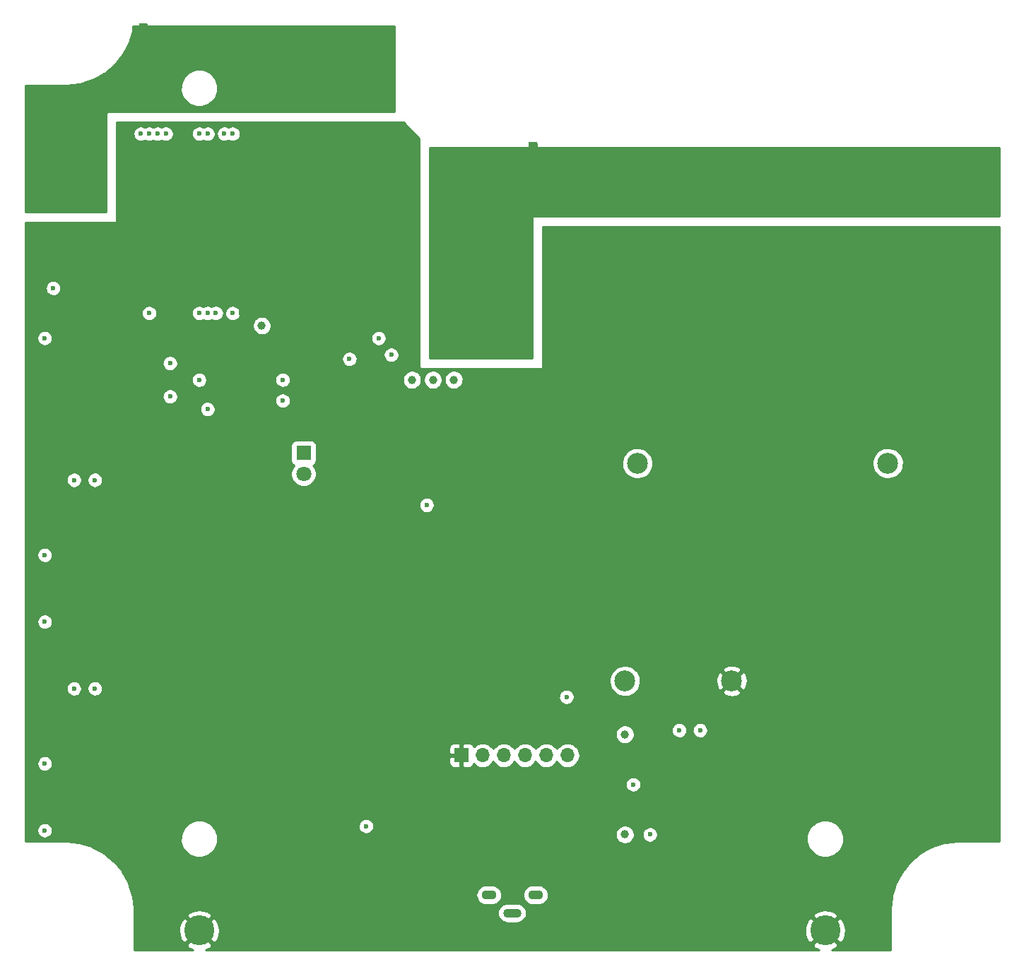
<source format=gbr>
G04 #@! TF.FileFunction,Copper,L2,Inr,Signal*
%FSLAX46Y46*%
G04 Gerber Fmt 4.6, Leading zero omitted, Abs format (unit mm)*
G04 Created by KiCad (PCBNEW 4.0.7-e2-6376~61~ubuntu18.04.1) date Tue Jul  3 09:25:50 2018*
%MOMM*%
%LPD*%
G01*
G04 APERTURE LIST*
%ADD10C,0.100000*%
%ADD11R,1.000000X1.000000*%
%ADD12C,2.500000*%
%ADD13R,1.700000X1.700000*%
%ADD14O,1.700000X1.700000*%
%ADD15R,1.800000X1.800000*%
%ADD16C,1.800000*%
%ADD17C,1.000000*%
%ADD18R,0.900000X0.500000*%
%ADD19C,3.600000*%
%ADD20O,1.800000X1.100000*%
%ADD21O,2.200000X1.100000*%
%ADD22C,0.600000*%
%ADD23C,0.254000*%
G04 APERTURE END LIST*
D10*
D11*
X157500000Y-42000000D03*
D12*
X168500000Y-106100000D03*
X181300000Y-106100000D03*
X170000000Y-80000000D03*
X200000000Y-80000000D03*
D13*
X148920000Y-115000000D03*
D14*
X151460000Y-115000000D03*
X154000000Y-115000000D03*
X156540000Y-115000000D03*
X159080000Y-115000000D03*
X161620000Y-115000000D03*
D15*
X130000000Y-78750000D03*
D16*
X130000000Y-81290000D03*
D17*
X168500000Y-112500000D03*
X168500000Y-124500000D03*
X145500000Y-70000000D03*
X148000000Y-70000000D03*
X143000000Y-70000000D03*
D18*
X110750000Y-27500000D03*
D19*
X192500000Y-136000000D03*
D17*
X125000000Y-63500000D03*
D19*
X117500000Y-136000000D03*
D20*
X152200000Y-131750000D03*
X157800000Y-131750000D03*
D21*
X155000000Y-133900000D03*
D22*
X98500000Y-42500000D03*
X101500000Y-42500000D03*
X102500000Y-46000000D03*
X102500000Y-48000000D03*
X116500000Y-30000000D03*
X112000000Y-37000000D03*
X147000000Y-65000000D03*
X149250000Y-56000000D03*
X149250000Y-53750000D03*
X149250000Y-50500000D03*
X149250000Y-48250000D03*
X155000000Y-60750000D03*
X152000000Y-60750000D03*
X167000000Y-49250000D03*
X159000000Y-49250000D03*
X161500000Y-108000000D03*
X127500000Y-70000000D03*
X156250000Y-130000000D03*
X137500000Y-129000000D03*
X137500000Y-118500000D03*
X161500000Y-120000000D03*
X156500000Y-120000000D03*
X154000000Y-120000000D03*
X149000000Y-120000000D03*
X121000000Y-83000000D03*
X117500000Y-84500000D03*
X141000000Y-40500000D03*
X140000000Y-40500000D03*
X133000000Y-40500000D03*
X132000000Y-40500000D03*
X123500000Y-40500000D03*
X108500000Y-40500000D03*
X109500000Y-62000000D03*
X108500000Y-62000000D03*
X122500000Y-62000000D03*
X141000000Y-62000000D03*
X140000000Y-62000000D03*
X132000000Y-62000000D03*
X133000000Y-62000000D03*
X100000000Y-53500000D03*
X99000000Y-70000000D03*
X99000000Y-75000000D03*
X198000000Y-117000000D03*
X182500000Y-120000000D03*
X177500000Y-120000000D03*
X123000000Y-92000000D03*
X102500000Y-91000000D03*
X107500000Y-91000000D03*
X123000000Y-117000000D03*
X102500000Y-116000000D03*
X107500000Y-116000000D03*
X141750000Y-65000000D03*
X140500000Y-77500000D03*
X150000000Y-82500000D03*
X137500000Y-123500000D03*
X100000000Y-59000000D03*
X139000000Y-65000000D03*
X117500000Y-70000000D03*
X127500000Y-72500000D03*
X121500000Y-62000000D03*
X99000000Y-65000000D03*
X171500000Y-124500000D03*
X99000000Y-99000000D03*
X99000000Y-124000000D03*
X140500000Y-67000000D03*
X121500000Y-40500000D03*
X114000000Y-72000000D03*
X118500000Y-73500000D03*
X114000000Y-68000000D03*
X135500000Y-67500000D03*
X120500000Y-40500000D03*
X169500000Y-118500000D03*
X113500000Y-40500000D03*
X99000000Y-91000000D03*
X112500000Y-40500000D03*
X118500000Y-40500000D03*
X177500000Y-112000000D03*
X117500000Y-40500000D03*
X175000000Y-112000000D03*
X111500000Y-40500000D03*
X105000000Y-82000000D03*
X110500000Y-40500000D03*
X102500000Y-82000000D03*
X105000000Y-107000000D03*
X118500000Y-62000000D03*
X102500000Y-107000000D03*
X117500000Y-62000000D03*
X111500000Y-62000000D03*
X144750000Y-85000000D03*
X99000000Y-116000000D03*
X119500000Y-62000000D03*
D23*
G36*
X111123000Y-27500000D02*
X111128028Y-27535381D01*
X111142714Y-27567961D01*
X111165895Y-27595160D01*
X111195736Y-27614823D01*
X111229873Y-27625395D01*
X111250000Y-27627000D01*
X140873000Y-27627000D01*
X140873000Y-37873000D01*
X106500000Y-37873000D01*
X106464619Y-37878028D01*
X106432039Y-37892714D01*
X106404840Y-37915895D01*
X106385177Y-37945736D01*
X106374605Y-37979873D01*
X106373000Y-38000000D01*
X106373000Y-49873000D01*
X96685000Y-49873000D01*
X96685000Y-35187942D01*
X115261862Y-35187942D01*
X115340992Y-35619086D01*
X115502357Y-36026649D01*
X115739813Y-36395107D01*
X116044313Y-36710426D01*
X116404260Y-36960596D01*
X116805943Y-37136087D01*
X117234063Y-37230215D01*
X117672312Y-37239395D01*
X118103998Y-37163278D01*
X118512678Y-37004761D01*
X118882785Y-36769884D01*
X119200222Y-36467592D01*
X119452899Y-36109401D01*
X119631190Y-35708952D01*
X119728305Y-35281500D01*
X119735296Y-34780827D01*
X119650154Y-34350830D01*
X119483114Y-33945560D01*
X119240537Y-33580453D01*
X118931664Y-33269416D01*
X118568259Y-33024296D01*
X118164165Y-32854430D01*
X117734772Y-32766289D01*
X117296438Y-32763229D01*
X116865857Y-32845366D01*
X116459430Y-33009573D01*
X116092638Y-33249595D01*
X115779453Y-33556289D01*
X115531802Y-33917974D01*
X115359119Y-34320873D01*
X115267982Y-34749639D01*
X115261862Y-35187942D01*
X96685000Y-35187942D01*
X96685000Y-34685000D01*
X101500000Y-34685000D01*
X101500123Y-34684988D01*
X101502394Y-34684996D01*
X101554753Y-34684813D01*
X101584522Y-34681789D01*
X101614442Y-34681998D01*
X101623961Y-34681064D01*
X103079687Y-34528061D01*
X103140481Y-34515582D01*
X103201488Y-34503944D01*
X103210644Y-34501180D01*
X104608927Y-34068340D01*
X104666193Y-34044268D01*
X104723725Y-34021023D01*
X104732170Y-34016533D01*
X106019750Y-33320341D01*
X106071239Y-33285611D01*
X106123170Y-33251628D01*
X106130582Y-33245584D01*
X107258417Y-32312558D01*
X107302147Y-32268521D01*
X107346522Y-32225066D01*
X107352618Y-32217697D01*
X108277746Y-31083377D01*
X108312097Y-31031674D01*
X108347179Y-30980438D01*
X108351728Y-30972025D01*
X109038914Y-29679616D01*
X109062577Y-29622206D01*
X109087030Y-29565151D01*
X109089859Y-29556015D01*
X109512928Y-28154746D01*
X109524983Y-28093862D01*
X109537895Y-28033114D01*
X109538895Y-28023602D01*
X109577782Y-27627000D01*
X110250000Y-27627000D01*
X110285381Y-27621972D01*
X110317961Y-27607286D01*
X110345160Y-27584105D01*
X110364823Y-27554264D01*
X110375395Y-27520127D01*
X110377000Y-27500000D01*
X110377000Y-27377000D01*
X111123000Y-27377000D01*
X111123000Y-27500000D01*
X111123000Y-27500000D01*
G37*
X111123000Y-27500000D02*
X111128028Y-27535381D01*
X111142714Y-27567961D01*
X111165895Y-27595160D01*
X111195736Y-27614823D01*
X111229873Y-27625395D01*
X111250000Y-27627000D01*
X140873000Y-27627000D01*
X140873000Y-37873000D01*
X106500000Y-37873000D01*
X106464619Y-37878028D01*
X106432039Y-37892714D01*
X106404840Y-37915895D01*
X106385177Y-37945736D01*
X106374605Y-37979873D01*
X106373000Y-38000000D01*
X106373000Y-49873000D01*
X96685000Y-49873000D01*
X96685000Y-35187942D01*
X115261862Y-35187942D01*
X115340992Y-35619086D01*
X115502357Y-36026649D01*
X115739813Y-36395107D01*
X116044313Y-36710426D01*
X116404260Y-36960596D01*
X116805943Y-37136087D01*
X117234063Y-37230215D01*
X117672312Y-37239395D01*
X118103998Y-37163278D01*
X118512678Y-37004761D01*
X118882785Y-36769884D01*
X119200222Y-36467592D01*
X119452899Y-36109401D01*
X119631190Y-35708952D01*
X119728305Y-35281500D01*
X119735296Y-34780827D01*
X119650154Y-34350830D01*
X119483114Y-33945560D01*
X119240537Y-33580453D01*
X118931664Y-33269416D01*
X118568259Y-33024296D01*
X118164165Y-32854430D01*
X117734772Y-32766289D01*
X117296438Y-32763229D01*
X116865857Y-32845366D01*
X116459430Y-33009573D01*
X116092638Y-33249595D01*
X115779453Y-33556289D01*
X115531802Y-33917974D01*
X115359119Y-34320873D01*
X115267982Y-34749639D01*
X115261862Y-35187942D01*
X96685000Y-35187942D01*
X96685000Y-34685000D01*
X101500000Y-34685000D01*
X101500123Y-34684988D01*
X101502394Y-34684996D01*
X101554753Y-34684813D01*
X101584522Y-34681789D01*
X101614442Y-34681998D01*
X101623961Y-34681064D01*
X103079687Y-34528061D01*
X103140481Y-34515582D01*
X103201488Y-34503944D01*
X103210644Y-34501180D01*
X104608927Y-34068340D01*
X104666193Y-34044268D01*
X104723725Y-34021023D01*
X104732170Y-34016533D01*
X106019750Y-33320341D01*
X106071239Y-33285611D01*
X106123170Y-33251628D01*
X106130582Y-33245584D01*
X107258417Y-32312558D01*
X107302147Y-32268521D01*
X107346522Y-32225066D01*
X107352618Y-32217697D01*
X108277746Y-31083377D01*
X108312097Y-31031674D01*
X108347179Y-30980438D01*
X108351728Y-30972025D01*
X109038914Y-29679616D01*
X109062577Y-29622206D01*
X109087030Y-29565151D01*
X109089859Y-29556015D01*
X109512928Y-28154746D01*
X109524983Y-28093862D01*
X109537895Y-28033114D01*
X109538895Y-28023602D01*
X109577782Y-27627000D01*
X110250000Y-27627000D01*
X110285381Y-27621972D01*
X110317961Y-27607286D01*
X110345160Y-27584105D01*
X110364823Y-27554264D01*
X110375395Y-27520127D01*
X110377000Y-27500000D01*
X110377000Y-27377000D01*
X111123000Y-27377000D01*
X111123000Y-27500000D01*
G36*
X157873000Y-42000000D02*
X157883006Y-42049410D01*
X157911447Y-42091035D01*
X157953841Y-42118315D01*
X158000000Y-42127000D01*
X213315000Y-42127000D01*
X213315000Y-50373000D01*
X157500000Y-50373000D01*
X157450590Y-50383006D01*
X157408965Y-50411447D01*
X157381685Y-50453841D01*
X157373000Y-50500000D01*
X157373000Y-67373000D01*
X145127000Y-67373000D01*
X145127000Y-42127000D01*
X157000000Y-42127000D01*
X157049410Y-42116994D01*
X157091035Y-42088553D01*
X157118315Y-42046159D01*
X157127000Y-42000000D01*
X157127000Y-41627000D01*
X157873000Y-41627000D01*
X157873000Y-42000000D01*
X157873000Y-42000000D01*
G37*
X157873000Y-42000000D02*
X157883006Y-42049410D01*
X157911447Y-42091035D01*
X157953841Y-42118315D01*
X158000000Y-42127000D01*
X213315000Y-42127000D01*
X213315000Y-50373000D01*
X157500000Y-50373000D01*
X157450590Y-50383006D01*
X157408965Y-50411447D01*
X157381685Y-50453841D01*
X157373000Y-50500000D01*
X157373000Y-67373000D01*
X145127000Y-67373000D01*
X145127000Y-42127000D01*
X157000000Y-42127000D01*
X157049410Y-42116994D01*
X157091035Y-42088553D01*
X157118315Y-42046159D01*
X157127000Y-42000000D01*
X157127000Y-41627000D01*
X157873000Y-41627000D01*
X157873000Y-42000000D01*
G36*
X143873000Y-41052606D02*
X143873000Y-68500000D01*
X143878028Y-68535381D01*
X143892714Y-68567961D01*
X143915895Y-68595160D01*
X143945736Y-68614823D01*
X143979873Y-68625395D01*
X144000000Y-68627000D01*
X158500000Y-68627000D01*
X158535381Y-68621972D01*
X158567961Y-68607286D01*
X158595160Y-68584105D01*
X158614823Y-68554264D01*
X158625395Y-68520127D01*
X158627000Y-68500000D01*
X158627000Y-51627000D01*
X213315000Y-51627000D01*
X213315000Y-125315000D01*
X208500000Y-125315000D01*
X208499877Y-125315012D01*
X208497606Y-125315004D01*
X208445247Y-125315187D01*
X208415478Y-125318211D01*
X208385558Y-125318002D01*
X208376039Y-125318935D01*
X206920314Y-125471939D01*
X206859520Y-125484418D01*
X206798513Y-125496056D01*
X206789357Y-125498820D01*
X205391073Y-125931660D01*
X205333807Y-125955732D01*
X205276275Y-125978977D01*
X205267835Y-125983465D01*
X205267830Y-125983467D01*
X205267826Y-125983470D01*
X203980250Y-126679659D01*
X203928787Y-126714371D01*
X203876830Y-126748371D01*
X203869418Y-126754416D01*
X202741584Y-127687441D01*
X202697836Y-127731495D01*
X202653478Y-127774934D01*
X202647382Y-127782303D01*
X201722254Y-128916623D01*
X201687903Y-128968326D01*
X201652821Y-129019562D01*
X201648272Y-129027975D01*
X200961086Y-130320384D01*
X200937418Y-130377806D01*
X200912970Y-130434849D01*
X200910141Y-130443985D01*
X200487072Y-131845255D01*
X200475007Y-131906188D01*
X200462105Y-131966886D01*
X200461105Y-131976398D01*
X200318269Y-133433156D01*
X200318269Y-133461889D01*
X200315067Y-133490436D01*
X200315000Y-133500000D01*
X200315000Y-138315000D01*
X193255242Y-138315000D01*
X193464881Y-138248498D01*
X193833498Y-138051469D01*
X194025586Y-137705192D01*
X192500000Y-136179605D01*
X190974414Y-137705192D01*
X191166502Y-138051469D01*
X191592346Y-138272203D01*
X191740138Y-138315000D01*
X118255242Y-138315000D01*
X118464881Y-138248498D01*
X118833498Y-138051469D01*
X119025586Y-137705192D01*
X117500000Y-136179605D01*
X115974414Y-137705192D01*
X116166502Y-138051469D01*
X116592346Y-138272203D01*
X116740138Y-138315000D01*
X109685000Y-138315000D01*
X109685000Y-136030971D01*
X115053415Y-136030971D01*
X115106468Y-136507681D01*
X115251502Y-136964881D01*
X115448531Y-137333498D01*
X115794808Y-137525586D01*
X117320395Y-136000000D01*
X117679605Y-136000000D01*
X119205192Y-137525586D01*
X119551469Y-137333498D01*
X119772203Y-136907654D01*
X119905618Y-136446929D01*
X119941275Y-136030971D01*
X190053415Y-136030971D01*
X190106468Y-136507681D01*
X190251502Y-136964881D01*
X190448531Y-137333498D01*
X190794808Y-137525586D01*
X192320395Y-136000000D01*
X192679605Y-136000000D01*
X194205192Y-137525586D01*
X194551469Y-137333498D01*
X194772203Y-136907654D01*
X194905618Y-136446929D01*
X194946585Y-135969029D01*
X194893532Y-135492319D01*
X194748498Y-135035119D01*
X194551469Y-134666502D01*
X194205192Y-134474414D01*
X192679605Y-136000000D01*
X192320395Y-136000000D01*
X190794808Y-134474414D01*
X190448531Y-134666502D01*
X190227797Y-135092346D01*
X190094382Y-135553071D01*
X190053415Y-136030971D01*
X119941275Y-136030971D01*
X119946585Y-135969029D01*
X119893532Y-135492319D01*
X119748498Y-135035119D01*
X119551469Y-134666502D01*
X119205192Y-134474414D01*
X117679605Y-136000000D01*
X117320395Y-136000000D01*
X115794808Y-134474414D01*
X115448531Y-134666502D01*
X115227797Y-135092346D01*
X115094382Y-135553071D01*
X115053415Y-136030971D01*
X109685000Y-136030971D01*
X109685000Y-134294808D01*
X115974414Y-134294808D01*
X117500000Y-135820395D01*
X119025586Y-134294808D01*
X118833498Y-133948531D01*
X118723911Y-133891727D01*
X153256634Y-133891727D01*
X153277595Y-134122047D01*
X153342892Y-134343909D01*
X153450039Y-134548862D01*
X153594955Y-134729101D01*
X153772119Y-134877759D01*
X153974784Y-134989175D01*
X154195230Y-135059105D01*
X154425060Y-135084884D01*
X154441605Y-135085000D01*
X155558395Y-135085000D01*
X155788563Y-135062432D01*
X156009963Y-134995587D01*
X156214164Y-134887012D01*
X156393387Y-134740841D01*
X156540805Y-134562644D01*
X156650803Y-134359206D01*
X156670737Y-134294808D01*
X190974414Y-134294808D01*
X192500000Y-135820395D01*
X194025586Y-134294808D01*
X193833498Y-133948531D01*
X193407654Y-133727797D01*
X192946929Y-133594382D01*
X192469029Y-133553415D01*
X191992319Y-133606468D01*
X191535119Y-133751502D01*
X191166502Y-133948531D01*
X190974414Y-134294808D01*
X156670737Y-134294808D01*
X156719192Y-134138277D01*
X156743366Y-133908273D01*
X156722405Y-133677953D01*
X156657108Y-133456091D01*
X156549961Y-133251138D01*
X156405045Y-133070899D01*
X156227881Y-132922241D01*
X156025216Y-132810825D01*
X155804770Y-132740895D01*
X155574940Y-132715116D01*
X155558395Y-132715000D01*
X154441605Y-132715000D01*
X154211437Y-132737568D01*
X153990037Y-132804413D01*
X153785836Y-132912988D01*
X153606613Y-133059159D01*
X153459195Y-133237356D01*
X153349197Y-133440794D01*
X153280808Y-133661723D01*
X153256634Y-133891727D01*
X118723911Y-133891727D01*
X118407654Y-133727797D01*
X117946929Y-133594382D01*
X117469029Y-133553415D01*
X116992319Y-133606468D01*
X116535119Y-133751502D01*
X116166502Y-133948531D01*
X115974414Y-134294808D01*
X109685000Y-134294808D01*
X109685000Y-133500000D01*
X109684988Y-133499877D01*
X109684996Y-133497606D01*
X109684813Y-133445247D01*
X109681789Y-133415478D01*
X109681998Y-133385558D01*
X109681065Y-133376039D01*
X109528061Y-131920314D01*
X109515582Y-131859520D01*
X109503944Y-131798513D01*
X109501180Y-131789357D01*
X109486437Y-131741727D01*
X150657602Y-131741727D01*
X150678563Y-131972047D01*
X150743860Y-132193909D01*
X150851007Y-132398862D01*
X150995923Y-132579101D01*
X151173087Y-132727759D01*
X151375752Y-132839175D01*
X151596198Y-132909105D01*
X151826028Y-132934884D01*
X151842573Y-132935000D01*
X152557427Y-132935000D01*
X152787595Y-132912432D01*
X153008995Y-132845587D01*
X153213196Y-132737012D01*
X153392419Y-132590841D01*
X153539837Y-132412644D01*
X153649835Y-132209206D01*
X153718224Y-131988277D01*
X153742398Y-131758273D01*
X153740893Y-131741727D01*
X156257602Y-131741727D01*
X156278563Y-131972047D01*
X156343860Y-132193909D01*
X156451007Y-132398862D01*
X156595923Y-132579101D01*
X156773087Y-132727759D01*
X156975752Y-132839175D01*
X157196198Y-132909105D01*
X157426028Y-132934884D01*
X157442573Y-132935000D01*
X158157427Y-132935000D01*
X158387595Y-132912432D01*
X158608995Y-132845587D01*
X158813196Y-132737012D01*
X158992419Y-132590841D01*
X159139837Y-132412644D01*
X159249835Y-132209206D01*
X159318224Y-131988277D01*
X159342398Y-131758273D01*
X159321437Y-131527953D01*
X159256140Y-131306091D01*
X159148993Y-131101138D01*
X159004077Y-130920899D01*
X158826913Y-130772241D01*
X158624248Y-130660825D01*
X158403802Y-130590895D01*
X158173972Y-130565116D01*
X158157427Y-130565000D01*
X157442573Y-130565000D01*
X157212405Y-130587568D01*
X156991005Y-130654413D01*
X156786804Y-130762988D01*
X156607581Y-130909159D01*
X156460163Y-131087356D01*
X156350165Y-131290794D01*
X156281776Y-131511723D01*
X156257602Y-131741727D01*
X153740893Y-131741727D01*
X153721437Y-131527953D01*
X153656140Y-131306091D01*
X153548993Y-131101138D01*
X153404077Y-130920899D01*
X153226913Y-130772241D01*
X153024248Y-130660825D01*
X152803802Y-130590895D01*
X152573972Y-130565116D01*
X152557427Y-130565000D01*
X151842573Y-130565000D01*
X151612405Y-130587568D01*
X151391005Y-130654413D01*
X151186804Y-130762988D01*
X151007581Y-130909159D01*
X150860163Y-131087356D01*
X150750165Y-131290794D01*
X150681776Y-131511723D01*
X150657602Y-131741727D01*
X109486437Y-131741727D01*
X109068340Y-130391073D01*
X109044268Y-130333807D01*
X109021023Y-130276275D01*
X109016533Y-130267831D01*
X109016533Y-130267830D01*
X109016530Y-130267826D01*
X108320341Y-128980250D01*
X108285629Y-128928787D01*
X108251629Y-128876830D01*
X108245584Y-128869418D01*
X107312559Y-127741584D01*
X107268505Y-127697836D01*
X107225066Y-127653478D01*
X107217697Y-127647382D01*
X106083377Y-126722254D01*
X106031674Y-126687903D01*
X105980438Y-126652821D01*
X105972025Y-126648272D01*
X104679616Y-125961086D01*
X104622194Y-125937418D01*
X104565151Y-125912970D01*
X104556015Y-125910141D01*
X103154745Y-125487072D01*
X103093812Y-125475007D01*
X103033114Y-125462105D01*
X103023602Y-125461105D01*
X101566844Y-125318269D01*
X101538111Y-125318269D01*
X101509564Y-125315067D01*
X101500000Y-125315000D01*
X96685000Y-125315000D01*
X96685000Y-125187942D01*
X115261862Y-125187942D01*
X115340992Y-125619086D01*
X115502357Y-126026649D01*
X115739813Y-126395107D01*
X116044313Y-126710426D01*
X116404260Y-126960596D01*
X116805943Y-127136087D01*
X117234063Y-127230215D01*
X117672312Y-127239395D01*
X118103998Y-127163278D01*
X118512678Y-127004761D01*
X118882785Y-126769884D01*
X119200222Y-126467592D01*
X119452899Y-126109401D01*
X119631190Y-125708952D01*
X119728305Y-125281500D01*
X119735296Y-124780827D01*
X119698588Y-124595434D01*
X167363508Y-124595434D01*
X167403689Y-124814362D01*
X167485628Y-125021317D01*
X167606204Y-125208414D01*
X167760824Y-125368528D01*
X167943600Y-125495561D01*
X168147569Y-125584672D01*
X168364961Y-125632469D01*
X168587497Y-125637131D01*
X168806701Y-125598479D01*
X169014222Y-125517987D01*
X169202157Y-125398720D01*
X169363347Y-125245221D01*
X169491652Y-125063337D01*
X169582186Y-124859995D01*
X169631499Y-124642942D01*
X169632397Y-124578617D01*
X170563771Y-124578617D01*
X170596872Y-124758968D01*
X170664372Y-124929454D01*
X170763701Y-125083583D01*
X170891076Y-125215484D01*
X171041644Y-125320131D01*
X171209671Y-125393540D01*
X171388757Y-125432915D01*
X171572079Y-125436755D01*
X171752657Y-125404914D01*
X171923610Y-125338606D01*
X172078429Y-125240355D01*
X172133467Y-125187942D01*
X190261862Y-125187942D01*
X190340992Y-125619086D01*
X190502357Y-126026649D01*
X190739813Y-126395107D01*
X191044313Y-126710426D01*
X191404260Y-126960596D01*
X191805943Y-127136087D01*
X192234063Y-127230215D01*
X192672312Y-127239395D01*
X193103998Y-127163278D01*
X193512678Y-127004761D01*
X193882785Y-126769884D01*
X194200222Y-126467592D01*
X194452899Y-126109401D01*
X194631190Y-125708952D01*
X194728305Y-125281500D01*
X194735296Y-124780827D01*
X194650154Y-124350830D01*
X194483114Y-123945560D01*
X194240537Y-123580453D01*
X193931664Y-123269416D01*
X193568259Y-123024296D01*
X193164165Y-122854430D01*
X192734772Y-122766289D01*
X192296438Y-122763229D01*
X191865857Y-122845366D01*
X191459430Y-123009573D01*
X191092638Y-123249595D01*
X190779453Y-123556289D01*
X190531802Y-123917974D01*
X190359119Y-124320873D01*
X190267982Y-124749639D01*
X190261862Y-125187942D01*
X172133467Y-125187942D01*
X172211215Y-125113904D01*
X172316911Y-124964070D01*
X172391492Y-124796560D01*
X172432116Y-124617754D01*
X172435040Y-124408319D01*
X172399425Y-124228448D01*
X172329550Y-124058920D01*
X172228079Y-123906193D01*
X172098875Y-123776084D01*
X171946860Y-123673549D01*
X171777825Y-123602493D01*
X171598207Y-123565623D01*
X171414849Y-123564343D01*
X171234733Y-123598701D01*
X171064722Y-123667390D01*
X170911291Y-123767793D01*
X170780283Y-123896086D01*
X170676689Y-124047381D01*
X170604454Y-124215916D01*
X170566331Y-124395272D01*
X170563771Y-124578617D01*
X169632397Y-124578617D01*
X169635049Y-124388707D01*
X169591815Y-124170362D01*
X169506995Y-123964571D01*
X169383818Y-123779176D01*
X169226977Y-123621236D01*
X169042446Y-123496768D01*
X168837253Y-123410513D01*
X168619214Y-123365756D01*
X168396634Y-123364202D01*
X168177992Y-123405910D01*
X167971615Y-123489292D01*
X167785363Y-123611171D01*
X167626332Y-123766906D01*
X167500579Y-123950564D01*
X167412894Y-124155150D01*
X167366616Y-124372871D01*
X167363508Y-124595434D01*
X119698588Y-124595434D01*
X119650154Y-124350830D01*
X119483114Y-123945560D01*
X119240537Y-123580453D01*
X119238714Y-123578617D01*
X136563771Y-123578617D01*
X136596872Y-123758968D01*
X136664372Y-123929454D01*
X136763701Y-124083583D01*
X136891076Y-124215484D01*
X137041644Y-124320131D01*
X137209671Y-124393540D01*
X137388757Y-124432915D01*
X137572079Y-124436755D01*
X137752657Y-124404914D01*
X137923610Y-124338606D01*
X138078429Y-124240355D01*
X138211215Y-124113904D01*
X138316911Y-123964070D01*
X138391492Y-123796560D01*
X138432116Y-123617754D01*
X138435040Y-123408319D01*
X138399425Y-123228448D01*
X138329550Y-123058920D01*
X138228079Y-122906193D01*
X138098875Y-122776084D01*
X137946860Y-122673549D01*
X137777825Y-122602493D01*
X137598207Y-122565623D01*
X137414849Y-122564343D01*
X137234733Y-122598701D01*
X137064722Y-122667390D01*
X136911291Y-122767793D01*
X136780283Y-122896086D01*
X136676689Y-123047381D01*
X136604454Y-123215916D01*
X136566331Y-123395272D01*
X136563771Y-123578617D01*
X119238714Y-123578617D01*
X118931664Y-123269416D01*
X118568259Y-123024296D01*
X118164165Y-122854430D01*
X117734772Y-122766289D01*
X117296438Y-122763229D01*
X116865857Y-122845366D01*
X116459430Y-123009573D01*
X116092638Y-123249595D01*
X115779453Y-123556289D01*
X115531802Y-123917974D01*
X115359119Y-124320873D01*
X115267982Y-124749639D01*
X115261862Y-125187942D01*
X96685000Y-125187942D01*
X96685000Y-124078617D01*
X98063771Y-124078617D01*
X98096872Y-124258968D01*
X98164372Y-124429454D01*
X98263701Y-124583583D01*
X98391076Y-124715484D01*
X98541644Y-124820131D01*
X98709671Y-124893540D01*
X98888757Y-124932915D01*
X99072079Y-124936755D01*
X99252657Y-124904914D01*
X99423610Y-124838606D01*
X99578429Y-124740355D01*
X99711215Y-124613904D01*
X99816911Y-124464070D01*
X99891492Y-124296560D01*
X99932116Y-124117754D01*
X99935040Y-123908319D01*
X99899425Y-123728448D01*
X99829550Y-123558920D01*
X99728079Y-123406193D01*
X99598875Y-123276084D01*
X99446860Y-123173549D01*
X99277825Y-123102493D01*
X99098207Y-123065623D01*
X98914849Y-123064343D01*
X98734733Y-123098701D01*
X98564722Y-123167390D01*
X98411291Y-123267793D01*
X98280283Y-123396086D01*
X98176689Y-123547381D01*
X98104454Y-123715916D01*
X98066331Y-123895272D01*
X98063771Y-124078617D01*
X96685000Y-124078617D01*
X96685000Y-118578617D01*
X168563771Y-118578617D01*
X168596872Y-118758968D01*
X168664372Y-118929454D01*
X168763701Y-119083583D01*
X168891076Y-119215484D01*
X169041644Y-119320131D01*
X169209671Y-119393540D01*
X169388757Y-119432915D01*
X169572079Y-119436755D01*
X169752657Y-119404914D01*
X169923610Y-119338606D01*
X170078429Y-119240355D01*
X170211215Y-119113904D01*
X170316911Y-118964070D01*
X170391492Y-118796560D01*
X170432116Y-118617754D01*
X170435040Y-118408319D01*
X170399425Y-118228448D01*
X170329550Y-118058920D01*
X170228079Y-117906193D01*
X170098875Y-117776084D01*
X169946860Y-117673549D01*
X169777825Y-117602493D01*
X169598207Y-117565623D01*
X169414849Y-117564343D01*
X169234733Y-117598701D01*
X169064722Y-117667390D01*
X168911291Y-117767793D01*
X168780283Y-117896086D01*
X168676689Y-118047381D01*
X168604454Y-118215916D01*
X168566331Y-118395272D01*
X168563771Y-118578617D01*
X96685000Y-118578617D01*
X96685000Y-116078617D01*
X98063771Y-116078617D01*
X98096872Y-116258968D01*
X98164372Y-116429454D01*
X98263701Y-116583583D01*
X98391076Y-116715484D01*
X98541644Y-116820131D01*
X98709671Y-116893540D01*
X98888757Y-116932915D01*
X99072079Y-116936755D01*
X99252657Y-116904914D01*
X99423610Y-116838606D01*
X99578429Y-116740355D01*
X99711215Y-116613904D01*
X99816911Y-116464070D01*
X99891492Y-116296560D01*
X99932116Y-116117754D01*
X99935040Y-115908319D01*
X99899425Y-115728448D01*
X99829550Y-115558920D01*
X99728079Y-115406193D01*
X99608474Y-115285750D01*
X147435000Y-115285750D01*
X147435000Y-115912542D01*
X147459403Y-116035223D01*
X147507270Y-116150785D01*
X147576763Y-116254789D01*
X147665211Y-116343237D01*
X147769215Y-116412730D01*
X147884777Y-116460597D01*
X148007458Y-116485000D01*
X148634250Y-116485000D01*
X148793000Y-116326250D01*
X148793000Y-115127000D01*
X147593750Y-115127000D01*
X147435000Y-115285750D01*
X99608474Y-115285750D01*
X99598875Y-115276084D01*
X99446860Y-115173549D01*
X99277825Y-115102493D01*
X99098207Y-115065623D01*
X98914849Y-115064343D01*
X98734733Y-115098701D01*
X98564722Y-115167390D01*
X98411291Y-115267793D01*
X98280283Y-115396086D01*
X98176689Y-115547381D01*
X98104454Y-115715916D01*
X98066331Y-115895272D01*
X98063771Y-116078617D01*
X96685000Y-116078617D01*
X96685000Y-114087458D01*
X147435000Y-114087458D01*
X147435000Y-114714250D01*
X147593750Y-114873000D01*
X148793000Y-114873000D01*
X148793000Y-113673750D01*
X149047000Y-113673750D01*
X149047000Y-114873000D01*
X149067000Y-114873000D01*
X149067000Y-115127000D01*
X149047000Y-115127000D01*
X149047000Y-116326250D01*
X149205750Y-116485000D01*
X149832542Y-116485000D01*
X149955223Y-116460597D01*
X150070785Y-116412730D01*
X150174789Y-116343237D01*
X150263237Y-116254789D01*
X150332730Y-116150785D01*
X150380597Y-116035223D01*
X150382701Y-116024647D01*
X150406287Y-116053567D01*
X150629599Y-116238306D01*
X150884539Y-116376152D01*
X151161399Y-116461854D01*
X151449633Y-116492149D01*
X151738261Y-116465882D01*
X152016291Y-116384053D01*
X152273131Y-116249780D01*
X152499000Y-116068177D01*
X152685294Y-115846161D01*
X152729498Y-115765753D01*
X152763112Y-115828971D01*
X152946287Y-116053567D01*
X153169599Y-116238306D01*
X153424539Y-116376152D01*
X153701399Y-116461854D01*
X153989633Y-116492149D01*
X154278261Y-116465882D01*
X154556291Y-116384053D01*
X154813131Y-116249780D01*
X155039000Y-116068177D01*
X155225294Y-115846161D01*
X155269498Y-115765753D01*
X155303112Y-115828971D01*
X155486287Y-116053567D01*
X155709599Y-116238306D01*
X155964539Y-116376152D01*
X156241399Y-116461854D01*
X156529633Y-116492149D01*
X156818261Y-116465882D01*
X157096291Y-116384053D01*
X157353131Y-116249780D01*
X157579000Y-116068177D01*
X157765294Y-115846161D01*
X157809498Y-115765753D01*
X157843112Y-115828971D01*
X158026287Y-116053567D01*
X158249599Y-116238306D01*
X158504539Y-116376152D01*
X158781399Y-116461854D01*
X159069633Y-116492149D01*
X159358261Y-116465882D01*
X159636291Y-116384053D01*
X159893131Y-116249780D01*
X160119000Y-116068177D01*
X160305294Y-115846161D01*
X160349498Y-115765753D01*
X160383112Y-115828971D01*
X160566287Y-116053567D01*
X160789599Y-116238306D01*
X161044539Y-116376152D01*
X161321399Y-116461854D01*
X161609633Y-116492149D01*
X161898261Y-116465882D01*
X162176291Y-116384053D01*
X162433131Y-116249780D01*
X162659000Y-116068177D01*
X162845294Y-115846161D01*
X162984916Y-115592189D01*
X163072549Y-115315934D01*
X163104855Y-115027919D01*
X163105000Y-115007185D01*
X163105000Y-114992815D01*
X163076718Y-114704377D01*
X162992951Y-114426925D01*
X162856888Y-114171029D01*
X162673713Y-113946433D01*
X162450401Y-113761694D01*
X162195461Y-113623848D01*
X161918601Y-113538146D01*
X161630367Y-113507851D01*
X161341739Y-113534118D01*
X161063709Y-113615947D01*
X160806869Y-113750220D01*
X160581000Y-113931823D01*
X160394706Y-114153839D01*
X160350502Y-114234247D01*
X160316888Y-114171029D01*
X160133713Y-113946433D01*
X159910401Y-113761694D01*
X159655461Y-113623848D01*
X159378601Y-113538146D01*
X159090367Y-113507851D01*
X158801739Y-113534118D01*
X158523709Y-113615947D01*
X158266869Y-113750220D01*
X158041000Y-113931823D01*
X157854706Y-114153839D01*
X157810502Y-114234247D01*
X157776888Y-114171029D01*
X157593713Y-113946433D01*
X157370401Y-113761694D01*
X157115461Y-113623848D01*
X156838601Y-113538146D01*
X156550367Y-113507851D01*
X156261739Y-113534118D01*
X155983709Y-113615947D01*
X155726869Y-113750220D01*
X155501000Y-113931823D01*
X155314706Y-114153839D01*
X155270502Y-114234247D01*
X155236888Y-114171029D01*
X155053713Y-113946433D01*
X154830401Y-113761694D01*
X154575461Y-113623848D01*
X154298601Y-113538146D01*
X154010367Y-113507851D01*
X153721739Y-113534118D01*
X153443709Y-113615947D01*
X153186869Y-113750220D01*
X152961000Y-113931823D01*
X152774706Y-114153839D01*
X152730502Y-114234247D01*
X152696888Y-114171029D01*
X152513713Y-113946433D01*
X152290401Y-113761694D01*
X152035461Y-113623848D01*
X151758601Y-113538146D01*
X151470367Y-113507851D01*
X151181739Y-113534118D01*
X150903709Y-113615947D01*
X150646869Y-113750220D01*
X150421000Y-113931823D01*
X150383041Y-113977061D01*
X150380597Y-113964777D01*
X150332730Y-113849215D01*
X150263237Y-113745211D01*
X150174789Y-113656763D01*
X150070785Y-113587270D01*
X149955223Y-113539403D01*
X149832542Y-113515000D01*
X149205750Y-113515000D01*
X149047000Y-113673750D01*
X148793000Y-113673750D01*
X148634250Y-113515000D01*
X148007458Y-113515000D01*
X147884777Y-113539403D01*
X147769215Y-113587270D01*
X147665211Y-113656763D01*
X147576763Y-113745211D01*
X147507270Y-113849215D01*
X147459403Y-113964777D01*
X147435000Y-114087458D01*
X96685000Y-114087458D01*
X96685000Y-112595434D01*
X167363508Y-112595434D01*
X167403689Y-112814362D01*
X167485628Y-113021317D01*
X167606204Y-113208414D01*
X167760824Y-113368528D01*
X167943600Y-113495561D01*
X168147569Y-113584672D01*
X168364961Y-113632469D01*
X168587497Y-113637131D01*
X168806701Y-113598479D01*
X169014222Y-113517987D01*
X169202157Y-113398720D01*
X169363347Y-113245221D01*
X169491652Y-113063337D01*
X169582186Y-112859995D01*
X169631499Y-112642942D01*
X169635049Y-112388707D01*
X169591815Y-112170362D01*
X169554001Y-112078617D01*
X174063771Y-112078617D01*
X174096872Y-112258968D01*
X174164372Y-112429454D01*
X174263701Y-112583583D01*
X174391076Y-112715484D01*
X174541644Y-112820131D01*
X174709671Y-112893540D01*
X174888757Y-112932915D01*
X175072079Y-112936755D01*
X175252657Y-112904914D01*
X175423610Y-112838606D01*
X175578429Y-112740355D01*
X175711215Y-112613904D01*
X175816911Y-112464070D01*
X175891492Y-112296560D01*
X175932116Y-112117754D01*
X175932662Y-112078617D01*
X176563771Y-112078617D01*
X176596872Y-112258968D01*
X176664372Y-112429454D01*
X176763701Y-112583583D01*
X176891076Y-112715484D01*
X177041644Y-112820131D01*
X177209671Y-112893540D01*
X177388757Y-112932915D01*
X177572079Y-112936755D01*
X177752657Y-112904914D01*
X177923610Y-112838606D01*
X178078429Y-112740355D01*
X178211215Y-112613904D01*
X178316911Y-112464070D01*
X178391492Y-112296560D01*
X178432116Y-112117754D01*
X178435040Y-111908319D01*
X178399425Y-111728448D01*
X178329550Y-111558920D01*
X178228079Y-111406193D01*
X178098875Y-111276084D01*
X177946860Y-111173549D01*
X177777825Y-111102493D01*
X177598207Y-111065623D01*
X177414849Y-111064343D01*
X177234733Y-111098701D01*
X177064722Y-111167390D01*
X176911291Y-111267793D01*
X176780283Y-111396086D01*
X176676689Y-111547381D01*
X176604454Y-111715916D01*
X176566331Y-111895272D01*
X176563771Y-112078617D01*
X175932662Y-112078617D01*
X175935040Y-111908319D01*
X175899425Y-111728448D01*
X175829550Y-111558920D01*
X175728079Y-111406193D01*
X175598875Y-111276084D01*
X175446860Y-111173549D01*
X175277825Y-111102493D01*
X175098207Y-111065623D01*
X174914849Y-111064343D01*
X174734733Y-111098701D01*
X174564722Y-111167390D01*
X174411291Y-111267793D01*
X174280283Y-111396086D01*
X174176689Y-111547381D01*
X174104454Y-111715916D01*
X174066331Y-111895272D01*
X174063771Y-112078617D01*
X169554001Y-112078617D01*
X169506995Y-111964571D01*
X169383818Y-111779176D01*
X169226977Y-111621236D01*
X169042446Y-111496768D01*
X168837253Y-111410513D01*
X168619214Y-111365756D01*
X168396634Y-111364202D01*
X168177992Y-111405910D01*
X167971615Y-111489292D01*
X167785363Y-111611171D01*
X167626332Y-111766906D01*
X167500579Y-111950564D01*
X167412894Y-112155150D01*
X167366616Y-112372871D01*
X167363508Y-112595434D01*
X96685000Y-112595434D01*
X96685000Y-108078617D01*
X160563771Y-108078617D01*
X160596872Y-108258968D01*
X160664372Y-108429454D01*
X160763701Y-108583583D01*
X160891076Y-108715484D01*
X161041644Y-108820131D01*
X161209671Y-108893540D01*
X161388757Y-108932915D01*
X161572079Y-108936755D01*
X161752657Y-108904914D01*
X161923610Y-108838606D01*
X162078429Y-108740355D01*
X162211215Y-108613904D01*
X162316911Y-108464070D01*
X162391492Y-108296560D01*
X162432116Y-108117754D01*
X162435040Y-107908319D01*
X162399425Y-107728448D01*
X162329550Y-107558920D01*
X162228079Y-107406193D01*
X162098875Y-107276084D01*
X161946860Y-107173549D01*
X161777825Y-107102493D01*
X161598207Y-107065623D01*
X161414849Y-107064343D01*
X161234733Y-107098701D01*
X161064722Y-107167390D01*
X160911291Y-107267793D01*
X160780283Y-107396086D01*
X160676689Y-107547381D01*
X160604454Y-107715916D01*
X160566331Y-107895272D01*
X160563771Y-108078617D01*
X96685000Y-108078617D01*
X96685000Y-107078617D01*
X101563771Y-107078617D01*
X101596872Y-107258968D01*
X101664372Y-107429454D01*
X101763701Y-107583583D01*
X101891076Y-107715484D01*
X102041644Y-107820131D01*
X102209671Y-107893540D01*
X102388757Y-107932915D01*
X102572079Y-107936755D01*
X102752657Y-107904914D01*
X102923610Y-107838606D01*
X103078429Y-107740355D01*
X103211215Y-107613904D01*
X103316911Y-107464070D01*
X103391492Y-107296560D01*
X103432116Y-107117754D01*
X103432662Y-107078617D01*
X104063771Y-107078617D01*
X104096872Y-107258968D01*
X104164372Y-107429454D01*
X104263701Y-107583583D01*
X104391076Y-107715484D01*
X104541644Y-107820131D01*
X104709671Y-107893540D01*
X104888757Y-107932915D01*
X105072079Y-107936755D01*
X105252657Y-107904914D01*
X105423610Y-107838606D01*
X105578429Y-107740355D01*
X105711215Y-107613904D01*
X105816911Y-107464070D01*
X105891492Y-107296560D01*
X105932116Y-107117754D01*
X105935040Y-106908319D01*
X105899425Y-106728448D01*
X105829550Y-106558920D01*
X105728079Y-106406193D01*
X105598875Y-106276084D01*
X105572800Y-106258496D01*
X166612522Y-106258496D01*
X166679254Y-106622091D01*
X166815338Y-106965799D01*
X167015590Y-107276529D01*
X167272382Y-107542446D01*
X167575935Y-107753420D01*
X167914684Y-107901416D01*
X168275729Y-107980797D01*
X168645315Y-107988539D01*
X169009367Y-107924346D01*
X169354017Y-107790666D01*
X169666137Y-107592588D01*
X169854087Y-107413605D01*
X180166000Y-107413605D01*
X180291914Y-107703577D01*
X180624126Y-107869433D01*
X180982312Y-107967290D01*
X181352706Y-107993389D01*
X181721075Y-107946725D01*
X182073262Y-107829094D01*
X182308086Y-107703577D01*
X182434000Y-107413605D01*
X181300000Y-106279605D01*
X180166000Y-107413605D01*
X169854087Y-107413605D01*
X169933840Y-107337658D01*
X170146929Y-107035586D01*
X170297286Y-106697877D01*
X170379185Y-106337396D01*
X170381764Y-106152706D01*
X179406611Y-106152706D01*
X179453275Y-106521075D01*
X179570906Y-106873262D01*
X179696423Y-107108086D01*
X179986395Y-107234000D01*
X181120395Y-106100000D01*
X181479605Y-106100000D01*
X182613605Y-107234000D01*
X182903577Y-107108086D01*
X183069433Y-106775874D01*
X183167290Y-106417688D01*
X183193389Y-106047294D01*
X183146725Y-105678925D01*
X183029094Y-105326738D01*
X182903577Y-105091914D01*
X182613605Y-104966000D01*
X181479605Y-106100000D01*
X181120395Y-106100000D01*
X179986395Y-104966000D01*
X179696423Y-105091914D01*
X179530567Y-105424126D01*
X179432710Y-105782312D01*
X179406611Y-106152706D01*
X170381764Y-106152706D01*
X170385081Y-105915166D01*
X170313279Y-105552539D01*
X170172410Y-105210764D01*
X169967839Y-104902860D01*
X169852184Y-104786395D01*
X180166000Y-104786395D01*
X181300000Y-105920395D01*
X182434000Y-104786395D01*
X182308086Y-104496423D01*
X181975874Y-104330567D01*
X181617688Y-104232710D01*
X181247294Y-104206611D01*
X180878925Y-104253275D01*
X180526738Y-104370906D01*
X180291914Y-104496423D01*
X180166000Y-104786395D01*
X169852184Y-104786395D01*
X169707358Y-104640555D01*
X169400890Y-104433839D01*
X169060107Y-104290587D01*
X168697990Y-104216255D01*
X168328331Y-104213674D01*
X167965211Y-104282943D01*
X167622461Y-104421423D01*
X167313137Y-104623840D01*
X167049019Y-104882482D01*
X166840169Y-105187500D01*
X166694542Y-105527275D01*
X166617683Y-105888864D01*
X166612522Y-106258496D01*
X105572800Y-106258496D01*
X105446860Y-106173549D01*
X105277825Y-106102493D01*
X105098207Y-106065623D01*
X104914849Y-106064343D01*
X104734733Y-106098701D01*
X104564722Y-106167390D01*
X104411291Y-106267793D01*
X104280283Y-106396086D01*
X104176689Y-106547381D01*
X104104454Y-106715916D01*
X104066331Y-106895272D01*
X104063771Y-107078617D01*
X103432662Y-107078617D01*
X103435040Y-106908319D01*
X103399425Y-106728448D01*
X103329550Y-106558920D01*
X103228079Y-106406193D01*
X103098875Y-106276084D01*
X102946860Y-106173549D01*
X102777825Y-106102493D01*
X102598207Y-106065623D01*
X102414849Y-106064343D01*
X102234733Y-106098701D01*
X102064722Y-106167390D01*
X101911291Y-106267793D01*
X101780283Y-106396086D01*
X101676689Y-106547381D01*
X101604454Y-106715916D01*
X101566331Y-106895272D01*
X101563771Y-107078617D01*
X96685000Y-107078617D01*
X96685000Y-99078617D01*
X98063771Y-99078617D01*
X98096872Y-99258968D01*
X98164372Y-99429454D01*
X98263701Y-99583583D01*
X98391076Y-99715484D01*
X98541644Y-99820131D01*
X98709671Y-99893540D01*
X98888757Y-99932915D01*
X99072079Y-99936755D01*
X99252657Y-99904914D01*
X99423610Y-99838606D01*
X99578429Y-99740355D01*
X99711215Y-99613904D01*
X99816911Y-99464070D01*
X99891492Y-99296560D01*
X99932116Y-99117754D01*
X99935040Y-98908319D01*
X99899425Y-98728448D01*
X99829550Y-98558920D01*
X99728079Y-98406193D01*
X99598875Y-98276084D01*
X99446860Y-98173549D01*
X99277825Y-98102493D01*
X99098207Y-98065623D01*
X98914849Y-98064343D01*
X98734733Y-98098701D01*
X98564722Y-98167390D01*
X98411291Y-98267793D01*
X98280283Y-98396086D01*
X98176689Y-98547381D01*
X98104454Y-98715916D01*
X98066331Y-98895272D01*
X98063771Y-99078617D01*
X96685000Y-99078617D01*
X96685000Y-91078617D01*
X98063771Y-91078617D01*
X98096872Y-91258968D01*
X98164372Y-91429454D01*
X98263701Y-91583583D01*
X98391076Y-91715484D01*
X98541644Y-91820131D01*
X98709671Y-91893540D01*
X98888757Y-91932915D01*
X99072079Y-91936755D01*
X99252657Y-91904914D01*
X99423610Y-91838606D01*
X99578429Y-91740355D01*
X99711215Y-91613904D01*
X99816911Y-91464070D01*
X99891492Y-91296560D01*
X99932116Y-91117754D01*
X99935040Y-90908319D01*
X99899425Y-90728448D01*
X99829550Y-90558920D01*
X99728079Y-90406193D01*
X99598875Y-90276084D01*
X99446860Y-90173549D01*
X99277825Y-90102493D01*
X99098207Y-90065623D01*
X98914849Y-90064343D01*
X98734733Y-90098701D01*
X98564722Y-90167390D01*
X98411291Y-90267793D01*
X98280283Y-90396086D01*
X98176689Y-90547381D01*
X98104454Y-90715916D01*
X98066331Y-90895272D01*
X98063771Y-91078617D01*
X96685000Y-91078617D01*
X96685000Y-85078617D01*
X143813771Y-85078617D01*
X143846872Y-85258968D01*
X143914372Y-85429454D01*
X144013701Y-85583583D01*
X144141076Y-85715484D01*
X144291644Y-85820131D01*
X144459671Y-85893540D01*
X144638757Y-85932915D01*
X144822079Y-85936755D01*
X145002657Y-85904914D01*
X145173610Y-85838606D01*
X145328429Y-85740355D01*
X145461215Y-85613904D01*
X145566911Y-85464070D01*
X145641492Y-85296560D01*
X145682116Y-85117754D01*
X145685040Y-84908319D01*
X145649425Y-84728448D01*
X145579550Y-84558920D01*
X145478079Y-84406193D01*
X145348875Y-84276084D01*
X145196860Y-84173549D01*
X145027825Y-84102493D01*
X144848207Y-84065623D01*
X144664849Y-84064343D01*
X144484733Y-84098701D01*
X144314722Y-84167390D01*
X144161291Y-84267793D01*
X144030283Y-84396086D01*
X143926689Y-84547381D01*
X143854454Y-84715916D01*
X143816331Y-84895272D01*
X143813771Y-85078617D01*
X96685000Y-85078617D01*
X96685000Y-82078617D01*
X101563771Y-82078617D01*
X101596872Y-82258968D01*
X101664372Y-82429454D01*
X101763701Y-82583583D01*
X101891076Y-82715484D01*
X102041644Y-82820131D01*
X102209671Y-82893540D01*
X102388757Y-82932915D01*
X102572079Y-82936755D01*
X102752657Y-82904914D01*
X102923610Y-82838606D01*
X103078429Y-82740355D01*
X103211215Y-82613904D01*
X103316911Y-82464070D01*
X103391492Y-82296560D01*
X103432116Y-82117754D01*
X103432662Y-82078617D01*
X104063771Y-82078617D01*
X104096872Y-82258968D01*
X104164372Y-82429454D01*
X104263701Y-82583583D01*
X104391076Y-82715484D01*
X104541644Y-82820131D01*
X104709671Y-82893540D01*
X104888757Y-82932915D01*
X105072079Y-82936755D01*
X105252657Y-82904914D01*
X105423610Y-82838606D01*
X105578429Y-82740355D01*
X105711215Y-82613904D01*
X105816911Y-82464070D01*
X105891492Y-82296560D01*
X105932116Y-82117754D01*
X105935040Y-81908319D01*
X105899425Y-81728448D01*
X105829550Y-81558920D01*
X105728079Y-81406193D01*
X105598875Y-81276084D01*
X105446860Y-81173549D01*
X105277825Y-81102493D01*
X105098207Y-81065623D01*
X104914849Y-81064343D01*
X104734733Y-81098701D01*
X104564722Y-81167390D01*
X104411291Y-81267793D01*
X104280283Y-81396086D01*
X104176689Y-81547381D01*
X104104454Y-81715916D01*
X104066331Y-81895272D01*
X104063771Y-82078617D01*
X103432662Y-82078617D01*
X103435040Y-81908319D01*
X103399425Y-81728448D01*
X103329550Y-81558920D01*
X103228079Y-81406193D01*
X103098875Y-81276084D01*
X102946860Y-81173549D01*
X102777825Y-81102493D01*
X102598207Y-81065623D01*
X102414849Y-81064343D01*
X102234733Y-81098701D01*
X102064722Y-81167390D01*
X101911291Y-81267793D01*
X101780283Y-81396086D01*
X101676689Y-81547381D01*
X101604454Y-81715916D01*
X101566331Y-81895272D01*
X101563771Y-82078617D01*
X96685000Y-82078617D01*
X96685000Y-77850000D01*
X128461928Y-77850000D01*
X128461928Y-79650000D01*
X128469992Y-79751121D01*
X128523106Y-79922634D01*
X128621900Y-80072559D01*
X128758550Y-80189025D01*
X128876143Y-80242032D01*
X128818432Y-80298547D01*
X128648361Y-80546930D01*
X128529773Y-80823617D01*
X128467186Y-81118067D01*
X128462983Y-81419067D01*
X128517324Y-81715150D01*
X128628140Y-81995040D01*
X128791210Y-82248075D01*
X129000322Y-82464617D01*
X129247512Y-82636419D01*
X129523364Y-82756935D01*
X129817371Y-82821577D01*
X130118334Y-82827881D01*
X130414789Y-82775608D01*
X130695446Y-82666748D01*
X130949613Y-82505449D01*
X131167610Y-82297854D01*
X131341132Y-82051869D01*
X131463572Y-81776866D01*
X131530265Y-81483317D01*
X131535066Y-81139486D01*
X131476595Y-80844190D01*
X131361882Y-80565874D01*
X131195295Y-80315141D01*
X131122943Y-80242282D01*
X131172634Y-80226894D01*
X131276431Y-80158496D01*
X168112522Y-80158496D01*
X168179254Y-80522091D01*
X168315338Y-80865799D01*
X168515590Y-81176529D01*
X168772382Y-81442446D01*
X169075935Y-81653420D01*
X169414684Y-81801416D01*
X169775729Y-81880797D01*
X170145315Y-81888539D01*
X170509367Y-81824346D01*
X170854017Y-81690666D01*
X171166137Y-81492588D01*
X171433840Y-81237658D01*
X171646929Y-80935586D01*
X171797286Y-80597877D01*
X171879185Y-80237396D01*
X171880286Y-80158496D01*
X198112522Y-80158496D01*
X198179254Y-80522091D01*
X198315338Y-80865799D01*
X198515590Y-81176529D01*
X198772382Y-81442446D01*
X199075935Y-81653420D01*
X199414684Y-81801416D01*
X199775729Y-81880797D01*
X200145315Y-81888539D01*
X200509367Y-81824346D01*
X200854017Y-81690666D01*
X201166137Y-81492588D01*
X201433840Y-81237658D01*
X201646929Y-80935586D01*
X201797286Y-80597877D01*
X201879185Y-80237396D01*
X201885081Y-79815166D01*
X201813279Y-79452539D01*
X201672410Y-79110764D01*
X201467839Y-78802860D01*
X201207358Y-78540555D01*
X200900890Y-78333839D01*
X200560107Y-78190587D01*
X200197990Y-78116255D01*
X199828331Y-78113674D01*
X199465211Y-78182943D01*
X199122461Y-78321423D01*
X198813137Y-78523840D01*
X198549019Y-78782482D01*
X198340169Y-79087500D01*
X198194542Y-79427275D01*
X198117683Y-79788864D01*
X198112522Y-80158496D01*
X171880286Y-80158496D01*
X171885081Y-79815166D01*
X171813279Y-79452539D01*
X171672410Y-79110764D01*
X171467839Y-78802860D01*
X171207358Y-78540555D01*
X170900890Y-78333839D01*
X170560107Y-78190587D01*
X170197990Y-78116255D01*
X169828331Y-78113674D01*
X169465211Y-78182943D01*
X169122461Y-78321423D01*
X168813137Y-78523840D01*
X168549019Y-78782482D01*
X168340169Y-79087500D01*
X168194542Y-79427275D01*
X168117683Y-79788864D01*
X168112522Y-80158496D01*
X131276431Y-80158496D01*
X131322559Y-80128100D01*
X131439025Y-79991450D01*
X131512810Y-79827763D01*
X131538072Y-79650000D01*
X131538072Y-77850000D01*
X131530008Y-77748879D01*
X131476894Y-77577366D01*
X131378100Y-77427441D01*
X131241450Y-77310975D01*
X131077763Y-77237190D01*
X130900000Y-77211928D01*
X129100000Y-77211928D01*
X128998879Y-77219992D01*
X128827366Y-77273106D01*
X128677441Y-77371900D01*
X128560975Y-77508550D01*
X128487190Y-77672237D01*
X128461928Y-77850000D01*
X96685000Y-77850000D01*
X96685000Y-73578617D01*
X117563771Y-73578617D01*
X117596872Y-73758968D01*
X117664372Y-73929454D01*
X117763701Y-74083583D01*
X117891076Y-74215484D01*
X118041644Y-74320131D01*
X118209671Y-74393540D01*
X118388757Y-74432915D01*
X118572079Y-74436755D01*
X118752657Y-74404914D01*
X118923610Y-74338606D01*
X119078429Y-74240355D01*
X119211215Y-74113904D01*
X119316911Y-73964070D01*
X119391492Y-73796560D01*
X119432116Y-73617754D01*
X119435040Y-73408319D01*
X119399425Y-73228448D01*
X119329550Y-73058920D01*
X119228079Y-72906193D01*
X119098875Y-72776084D01*
X118946860Y-72673549D01*
X118777825Y-72602493D01*
X118661510Y-72578617D01*
X126563771Y-72578617D01*
X126596872Y-72758968D01*
X126664372Y-72929454D01*
X126763701Y-73083583D01*
X126891076Y-73215484D01*
X127041644Y-73320131D01*
X127209671Y-73393540D01*
X127388757Y-73432915D01*
X127572079Y-73436755D01*
X127752657Y-73404914D01*
X127923610Y-73338606D01*
X128078429Y-73240355D01*
X128211215Y-73113904D01*
X128316911Y-72964070D01*
X128391492Y-72796560D01*
X128432116Y-72617754D01*
X128435040Y-72408319D01*
X128399425Y-72228448D01*
X128329550Y-72058920D01*
X128228079Y-71906193D01*
X128098875Y-71776084D01*
X127946860Y-71673549D01*
X127777825Y-71602493D01*
X127598207Y-71565623D01*
X127414849Y-71564343D01*
X127234733Y-71598701D01*
X127064722Y-71667390D01*
X126911291Y-71767793D01*
X126780283Y-71896086D01*
X126676689Y-72047381D01*
X126604454Y-72215916D01*
X126566331Y-72395272D01*
X126563771Y-72578617D01*
X118661510Y-72578617D01*
X118598207Y-72565623D01*
X118414849Y-72564343D01*
X118234733Y-72598701D01*
X118064722Y-72667390D01*
X117911291Y-72767793D01*
X117780283Y-72896086D01*
X117676689Y-73047381D01*
X117604454Y-73215916D01*
X117566331Y-73395272D01*
X117563771Y-73578617D01*
X96685000Y-73578617D01*
X96685000Y-72078617D01*
X113063771Y-72078617D01*
X113096872Y-72258968D01*
X113164372Y-72429454D01*
X113263701Y-72583583D01*
X113391076Y-72715484D01*
X113541644Y-72820131D01*
X113709671Y-72893540D01*
X113888757Y-72932915D01*
X114072079Y-72936755D01*
X114252657Y-72904914D01*
X114423610Y-72838606D01*
X114578429Y-72740355D01*
X114711215Y-72613904D01*
X114816911Y-72464070D01*
X114891492Y-72296560D01*
X114932116Y-72117754D01*
X114935040Y-71908319D01*
X114899425Y-71728448D01*
X114829550Y-71558920D01*
X114728079Y-71406193D01*
X114598875Y-71276084D01*
X114446860Y-71173549D01*
X114277825Y-71102493D01*
X114098207Y-71065623D01*
X113914849Y-71064343D01*
X113734733Y-71098701D01*
X113564722Y-71167390D01*
X113411291Y-71267793D01*
X113280283Y-71396086D01*
X113176689Y-71547381D01*
X113104454Y-71715916D01*
X113066331Y-71895272D01*
X113063771Y-72078617D01*
X96685000Y-72078617D01*
X96685000Y-70078617D01*
X116563771Y-70078617D01*
X116596872Y-70258968D01*
X116664372Y-70429454D01*
X116763701Y-70583583D01*
X116891076Y-70715484D01*
X117041644Y-70820131D01*
X117209671Y-70893540D01*
X117388757Y-70932915D01*
X117572079Y-70936755D01*
X117752657Y-70904914D01*
X117923610Y-70838606D01*
X118078429Y-70740355D01*
X118211215Y-70613904D01*
X118316911Y-70464070D01*
X118391492Y-70296560D01*
X118432116Y-70117754D01*
X118432662Y-70078617D01*
X126563771Y-70078617D01*
X126596872Y-70258968D01*
X126664372Y-70429454D01*
X126763701Y-70583583D01*
X126891076Y-70715484D01*
X127041644Y-70820131D01*
X127209671Y-70893540D01*
X127388757Y-70932915D01*
X127572079Y-70936755D01*
X127752657Y-70904914D01*
X127923610Y-70838606D01*
X128078429Y-70740355D01*
X128211215Y-70613904D01*
X128316911Y-70464070D01*
X128391492Y-70296560D01*
X128432116Y-70117754D01*
X128432427Y-70095434D01*
X141863508Y-70095434D01*
X141903689Y-70314362D01*
X141985628Y-70521317D01*
X142106204Y-70708414D01*
X142260824Y-70868528D01*
X142443600Y-70995561D01*
X142647569Y-71084672D01*
X142864961Y-71132469D01*
X143087497Y-71137131D01*
X143306701Y-71098479D01*
X143514222Y-71017987D01*
X143702157Y-70898720D01*
X143863347Y-70745221D01*
X143991652Y-70563337D01*
X144082186Y-70359995D01*
X144131499Y-70142942D01*
X144132162Y-70095434D01*
X144363508Y-70095434D01*
X144403689Y-70314362D01*
X144485628Y-70521317D01*
X144606204Y-70708414D01*
X144760824Y-70868528D01*
X144943600Y-70995561D01*
X145147569Y-71084672D01*
X145364961Y-71132469D01*
X145587497Y-71137131D01*
X145806701Y-71098479D01*
X146014222Y-71017987D01*
X146202157Y-70898720D01*
X146363347Y-70745221D01*
X146491652Y-70563337D01*
X146582186Y-70359995D01*
X146631499Y-70142942D01*
X146632162Y-70095434D01*
X146863508Y-70095434D01*
X146903689Y-70314362D01*
X146985628Y-70521317D01*
X147106204Y-70708414D01*
X147260824Y-70868528D01*
X147443600Y-70995561D01*
X147647569Y-71084672D01*
X147864961Y-71132469D01*
X148087497Y-71137131D01*
X148306701Y-71098479D01*
X148514222Y-71017987D01*
X148702157Y-70898720D01*
X148863347Y-70745221D01*
X148991652Y-70563337D01*
X149082186Y-70359995D01*
X149131499Y-70142942D01*
X149135049Y-69888707D01*
X149091815Y-69670362D01*
X149006995Y-69464571D01*
X148883818Y-69279176D01*
X148726977Y-69121236D01*
X148542446Y-68996768D01*
X148337253Y-68910513D01*
X148119214Y-68865756D01*
X147896634Y-68864202D01*
X147677992Y-68905910D01*
X147471615Y-68989292D01*
X147285363Y-69111171D01*
X147126332Y-69266906D01*
X147000579Y-69450564D01*
X146912894Y-69655150D01*
X146866616Y-69872871D01*
X146863508Y-70095434D01*
X146632162Y-70095434D01*
X146635049Y-69888707D01*
X146591815Y-69670362D01*
X146506995Y-69464571D01*
X146383818Y-69279176D01*
X146226977Y-69121236D01*
X146042446Y-68996768D01*
X145837253Y-68910513D01*
X145619214Y-68865756D01*
X145396634Y-68864202D01*
X145177992Y-68905910D01*
X144971615Y-68989292D01*
X144785363Y-69111171D01*
X144626332Y-69266906D01*
X144500579Y-69450564D01*
X144412894Y-69655150D01*
X144366616Y-69872871D01*
X144363508Y-70095434D01*
X144132162Y-70095434D01*
X144135049Y-69888707D01*
X144091815Y-69670362D01*
X144006995Y-69464571D01*
X143883818Y-69279176D01*
X143726977Y-69121236D01*
X143542446Y-68996768D01*
X143337253Y-68910513D01*
X143119214Y-68865756D01*
X142896634Y-68864202D01*
X142677992Y-68905910D01*
X142471615Y-68989292D01*
X142285363Y-69111171D01*
X142126332Y-69266906D01*
X142000579Y-69450564D01*
X141912894Y-69655150D01*
X141866616Y-69872871D01*
X141863508Y-70095434D01*
X128432427Y-70095434D01*
X128435040Y-69908319D01*
X128399425Y-69728448D01*
X128329550Y-69558920D01*
X128228079Y-69406193D01*
X128098875Y-69276084D01*
X127946860Y-69173549D01*
X127777825Y-69102493D01*
X127598207Y-69065623D01*
X127414849Y-69064343D01*
X127234733Y-69098701D01*
X127064722Y-69167390D01*
X126911291Y-69267793D01*
X126780283Y-69396086D01*
X126676689Y-69547381D01*
X126604454Y-69715916D01*
X126566331Y-69895272D01*
X126563771Y-70078617D01*
X118432662Y-70078617D01*
X118435040Y-69908319D01*
X118399425Y-69728448D01*
X118329550Y-69558920D01*
X118228079Y-69406193D01*
X118098875Y-69276084D01*
X117946860Y-69173549D01*
X117777825Y-69102493D01*
X117598207Y-69065623D01*
X117414849Y-69064343D01*
X117234733Y-69098701D01*
X117064722Y-69167390D01*
X116911291Y-69267793D01*
X116780283Y-69396086D01*
X116676689Y-69547381D01*
X116604454Y-69715916D01*
X116566331Y-69895272D01*
X116563771Y-70078617D01*
X96685000Y-70078617D01*
X96685000Y-68078617D01*
X113063771Y-68078617D01*
X113096872Y-68258968D01*
X113164372Y-68429454D01*
X113263701Y-68583583D01*
X113391076Y-68715484D01*
X113541644Y-68820131D01*
X113709671Y-68893540D01*
X113888757Y-68932915D01*
X114072079Y-68936755D01*
X114252657Y-68904914D01*
X114423610Y-68838606D01*
X114578429Y-68740355D01*
X114711215Y-68613904D01*
X114816911Y-68464070D01*
X114891492Y-68296560D01*
X114932116Y-68117754D01*
X114935040Y-67908319D01*
X114899425Y-67728448D01*
X114837669Y-67578617D01*
X134563771Y-67578617D01*
X134596872Y-67758968D01*
X134664372Y-67929454D01*
X134763701Y-68083583D01*
X134891076Y-68215484D01*
X135041644Y-68320131D01*
X135209671Y-68393540D01*
X135388757Y-68432915D01*
X135572079Y-68436755D01*
X135752657Y-68404914D01*
X135923610Y-68338606D01*
X136078429Y-68240355D01*
X136211215Y-68113904D01*
X136316911Y-67964070D01*
X136391492Y-67796560D01*
X136432116Y-67617754D01*
X136435040Y-67408319D01*
X136399425Y-67228448D01*
X136337669Y-67078617D01*
X139563771Y-67078617D01*
X139596872Y-67258968D01*
X139664372Y-67429454D01*
X139763701Y-67583583D01*
X139891076Y-67715484D01*
X140041644Y-67820131D01*
X140209671Y-67893540D01*
X140388757Y-67932915D01*
X140572079Y-67936755D01*
X140752657Y-67904914D01*
X140923610Y-67838606D01*
X141078429Y-67740355D01*
X141211215Y-67613904D01*
X141316911Y-67464070D01*
X141391492Y-67296560D01*
X141432116Y-67117754D01*
X141435040Y-66908319D01*
X141399425Y-66728448D01*
X141329550Y-66558920D01*
X141228079Y-66406193D01*
X141098875Y-66276084D01*
X140946860Y-66173549D01*
X140777825Y-66102493D01*
X140598207Y-66065623D01*
X140414849Y-66064343D01*
X140234733Y-66098701D01*
X140064722Y-66167390D01*
X139911291Y-66267793D01*
X139780283Y-66396086D01*
X139676689Y-66547381D01*
X139604454Y-66715916D01*
X139566331Y-66895272D01*
X139563771Y-67078617D01*
X136337669Y-67078617D01*
X136329550Y-67058920D01*
X136228079Y-66906193D01*
X136098875Y-66776084D01*
X135946860Y-66673549D01*
X135777825Y-66602493D01*
X135598207Y-66565623D01*
X135414849Y-66564343D01*
X135234733Y-66598701D01*
X135064722Y-66667390D01*
X134911291Y-66767793D01*
X134780283Y-66896086D01*
X134676689Y-67047381D01*
X134604454Y-67215916D01*
X134566331Y-67395272D01*
X134563771Y-67578617D01*
X114837669Y-67578617D01*
X114829550Y-67558920D01*
X114728079Y-67406193D01*
X114598875Y-67276084D01*
X114446860Y-67173549D01*
X114277825Y-67102493D01*
X114098207Y-67065623D01*
X113914849Y-67064343D01*
X113734733Y-67098701D01*
X113564722Y-67167390D01*
X113411291Y-67267793D01*
X113280283Y-67396086D01*
X113176689Y-67547381D01*
X113104454Y-67715916D01*
X113066331Y-67895272D01*
X113063771Y-68078617D01*
X96685000Y-68078617D01*
X96685000Y-65078617D01*
X98063771Y-65078617D01*
X98096872Y-65258968D01*
X98164372Y-65429454D01*
X98263701Y-65583583D01*
X98391076Y-65715484D01*
X98541644Y-65820131D01*
X98709671Y-65893540D01*
X98888757Y-65932915D01*
X99072079Y-65936755D01*
X99252657Y-65904914D01*
X99423610Y-65838606D01*
X99578429Y-65740355D01*
X99711215Y-65613904D01*
X99816911Y-65464070D01*
X99891492Y-65296560D01*
X99932116Y-65117754D01*
X99932662Y-65078617D01*
X138063771Y-65078617D01*
X138096872Y-65258968D01*
X138164372Y-65429454D01*
X138263701Y-65583583D01*
X138391076Y-65715484D01*
X138541644Y-65820131D01*
X138709671Y-65893540D01*
X138888757Y-65932915D01*
X139072079Y-65936755D01*
X139252657Y-65904914D01*
X139423610Y-65838606D01*
X139578429Y-65740355D01*
X139711215Y-65613904D01*
X139816911Y-65464070D01*
X139891492Y-65296560D01*
X139932116Y-65117754D01*
X139935040Y-64908319D01*
X139899425Y-64728448D01*
X139829550Y-64558920D01*
X139728079Y-64406193D01*
X139598875Y-64276084D01*
X139446860Y-64173549D01*
X139277825Y-64102493D01*
X139098207Y-64065623D01*
X138914849Y-64064343D01*
X138734733Y-64098701D01*
X138564722Y-64167390D01*
X138411291Y-64267793D01*
X138280283Y-64396086D01*
X138176689Y-64547381D01*
X138104454Y-64715916D01*
X138066331Y-64895272D01*
X138063771Y-65078617D01*
X99932662Y-65078617D01*
X99935040Y-64908319D01*
X99899425Y-64728448D01*
X99829550Y-64558920D01*
X99728079Y-64406193D01*
X99598875Y-64276084D01*
X99446860Y-64173549D01*
X99277825Y-64102493D01*
X99098207Y-64065623D01*
X98914849Y-64064343D01*
X98734733Y-64098701D01*
X98564722Y-64167390D01*
X98411291Y-64267793D01*
X98280283Y-64396086D01*
X98176689Y-64547381D01*
X98104454Y-64715916D01*
X98066331Y-64895272D01*
X98063771Y-65078617D01*
X96685000Y-65078617D01*
X96685000Y-63595434D01*
X123863508Y-63595434D01*
X123903689Y-63814362D01*
X123985628Y-64021317D01*
X124106204Y-64208414D01*
X124260824Y-64368528D01*
X124443600Y-64495561D01*
X124647569Y-64584672D01*
X124864961Y-64632469D01*
X125087497Y-64637131D01*
X125306701Y-64598479D01*
X125514222Y-64517987D01*
X125702157Y-64398720D01*
X125863347Y-64245221D01*
X125991652Y-64063337D01*
X126082186Y-63859995D01*
X126131499Y-63642942D01*
X126135049Y-63388707D01*
X126091815Y-63170362D01*
X126006995Y-62964571D01*
X125883818Y-62779176D01*
X125726977Y-62621236D01*
X125542446Y-62496768D01*
X125337253Y-62410513D01*
X125119214Y-62365756D01*
X124896634Y-62364202D01*
X124677992Y-62405910D01*
X124471615Y-62489292D01*
X124285363Y-62611171D01*
X124126332Y-62766906D01*
X124000579Y-62950564D01*
X123912894Y-63155150D01*
X123866616Y-63372871D01*
X123863508Y-63595434D01*
X96685000Y-63595434D01*
X96685000Y-62078617D01*
X110563771Y-62078617D01*
X110596872Y-62258968D01*
X110664372Y-62429454D01*
X110763701Y-62583583D01*
X110891076Y-62715484D01*
X111041644Y-62820131D01*
X111209671Y-62893540D01*
X111388757Y-62932915D01*
X111572079Y-62936755D01*
X111752657Y-62904914D01*
X111923610Y-62838606D01*
X112078429Y-62740355D01*
X112211215Y-62613904D01*
X112316911Y-62464070D01*
X112391492Y-62296560D01*
X112432116Y-62117754D01*
X112432662Y-62078617D01*
X116563771Y-62078617D01*
X116596872Y-62258968D01*
X116664372Y-62429454D01*
X116763701Y-62583583D01*
X116891076Y-62715484D01*
X117041644Y-62820131D01*
X117209671Y-62893540D01*
X117388757Y-62932915D01*
X117572079Y-62936755D01*
X117752657Y-62904914D01*
X117923610Y-62838606D01*
X117999203Y-62790634D01*
X118041644Y-62820131D01*
X118209671Y-62893540D01*
X118388757Y-62932915D01*
X118572079Y-62936755D01*
X118752657Y-62904914D01*
X118923610Y-62838606D01*
X118999203Y-62790634D01*
X119041644Y-62820131D01*
X119209671Y-62893540D01*
X119388757Y-62932915D01*
X119572079Y-62936755D01*
X119752657Y-62904914D01*
X119923610Y-62838606D01*
X120078429Y-62740355D01*
X120211215Y-62613904D01*
X120316911Y-62464070D01*
X120391492Y-62296560D01*
X120432116Y-62117754D01*
X120432662Y-62078617D01*
X120563771Y-62078617D01*
X120596872Y-62258968D01*
X120664372Y-62429454D01*
X120763701Y-62583583D01*
X120891076Y-62715484D01*
X121041644Y-62820131D01*
X121209671Y-62893540D01*
X121388757Y-62932915D01*
X121572079Y-62936755D01*
X121752657Y-62904914D01*
X121923610Y-62838606D01*
X122078429Y-62740355D01*
X122211215Y-62613904D01*
X122316911Y-62464070D01*
X122391492Y-62296560D01*
X122432116Y-62117754D01*
X122435040Y-61908319D01*
X122399425Y-61728448D01*
X122329550Y-61558920D01*
X122228079Y-61406193D01*
X122098875Y-61276084D01*
X121946860Y-61173549D01*
X121777825Y-61102493D01*
X121598207Y-61065623D01*
X121414849Y-61064343D01*
X121234733Y-61098701D01*
X121064722Y-61167390D01*
X120911291Y-61267793D01*
X120780283Y-61396086D01*
X120676689Y-61547381D01*
X120604454Y-61715916D01*
X120566331Y-61895272D01*
X120563771Y-62078617D01*
X120432662Y-62078617D01*
X120435040Y-61908319D01*
X120399425Y-61728448D01*
X120329550Y-61558920D01*
X120228079Y-61406193D01*
X120098875Y-61276084D01*
X119946860Y-61173549D01*
X119777825Y-61102493D01*
X119598207Y-61065623D01*
X119414849Y-61064343D01*
X119234733Y-61098701D01*
X119064722Y-61167390D01*
X119000264Y-61209570D01*
X118946860Y-61173549D01*
X118777825Y-61102493D01*
X118598207Y-61065623D01*
X118414849Y-61064343D01*
X118234733Y-61098701D01*
X118064722Y-61167390D01*
X118000264Y-61209570D01*
X117946860Y-61173549D01*
X117777825Y-61102493D01*
X117598207Y-61065623D01*
X117414849Y-61064343D01*
X117234733Y-61098701D01*
X117064722Y-61167390D01*
X116911291Y-61267793D01*
X116780283Y-61396086D01*
X116676689Y-61547381D01*
X116604454Y-61715916D01*
X116566331Y-61895272D01*
X116563771Y-62078617D01*
X112432662Y-62078617D01*
X112435040Y-61908319D01*
X112399425Y-61728448D01*
X112329550Y-61558920D01*
X112228079Y-61406193D01*
X112098875Y-61276084D01*
X111946860Y-61173549D01*
X111777825Y-61102493D01*
X111598207Y-61065623D01*
X111414849Y-61064343D01*
X111234733Y-61098701D01*
X111064722Y-61167390D01*
X110911291Y-61267793D01*
X110780283Y-61396086D01*
X110676689Y-61547381D01*
X110604454Y-61715916D01*
X110566331Y-61895272D01*
X110563771Y-62078617D01*
X96685000Y-62078617D01*
X96685000Y-59078617D01*
X99063771Y-59078617D01*
X99096872Y-59258968D01*
X99164372Y-59429454D01*
X99263701Y-59583583D01*
X99391076Y-59715484D01*
X99541644Y-59820131D01*
X99709671Y-59893540D01*
X99888757Y-59932915D01*
X100072079Y-59936755D01*
X100252657Y-59904914D01*
X100423610Y-59838606D01*
X100578429Y-59740355D01*
X100711215Y-59613904D01*
X100816911Y-59464070D01*
X100891492Y-59296560D01*
X100932116Y-59117754D01*
X100935040Y-58908319D01*
X100899425Y-58728448D01*
X100829550Y-58558920D01*
X100728079Y-58406193D01*
X100598875Y-58276084D01*
X100446860Y-58173549D01*
X100277825Y-58102493D01*
X100098207Y-58065623D01*
X99914849Y-58064343D01*
X99734733Y-58098701D01*
X99564722Y-58167390D01*
X99411291Y-58267793D01*
X99280283Y-58396086D01*
X99176689Y-58547381D01*
X99104454Y-58715916D01*
X99066331Y-58895272D01*
X99063771Y-59078617D01*
X96685000Y-59078617D01*
X96685000Y-51127000D01*
X107500000Y-51127000D01*
X107535381Y-51121972D01*
X107567961Y-51107286D01*
X107595160Y-51084105D01*
X107614823Y-51054264D01*
X107625395Y-51020127D01*
X107627000Y-51000000D01*
X107627000Y-40578617D01*
X109563771Y-40578617D01*
X109596872Y-40758968D01*
X109664372Y-40929454D01*
X109763701Y-41083583D01*
X109891076Y-41215484D01*
X110041644Y-41320131D01*
X110209671Y-41393540D01*
X110388757Y-41432915D01*
X110572079Y-41436755D01*
X110752657Y-41404914D01*
X110923610Y-41338606D01*
X110999203Y-41290634D01*
X111041644Y-41320131D01*
X111209671Y-41393540D01*
X111388757Y-41432915D01*
X111572079Y-41436755D01*
X111752657Y-41404914D01*
X111923610Y-41338606D01*
X111999203Y-41290634D01*
X112041644Y-41320131D01*
X112209671Y-41393540D01*
X112388757Y-41432915D01*
X112572079Y-41436755D01*
X112752657Y-41404914D01*
X112923610Y-41338606D01*
X112999203Y-41290634D01*
X113041644Y-41320131D01*
X113209671Y-41393540D01*
X113388757Y-41432915D01*
X113572079Y-41436755D01*
X113752657Y-41404914D01*
X113923610Y-41338606D01*
X114078429Y-41240355D01*
X114211215Y-41113904D01*
X114316911Y-40964070D01*
X114391492Y-40796560D01*
X114432116Y-40617754D01*
X114432662Y-40578617D01*
X116563771Y-40578617D01*
X116596872Y-40758968D01*
X116664372Y-40929454D01*
X116763701Y-41083583D01*
X116891076Y-41215484D01*
X117041644Y-41320131D01*
X117209671Y-41393540D01*
X117388757Y-41432915D01*
X117572079Y-41436755D01*
X117752657Y-41404914D01*
X117923610Y-41338606D01*
X117999203Y-41290634D01*
X118041644Y-41320131D01*
X118209671Y-41393540D01*
X118388757Y-41432915D01*
X118572079Y-41436755D01*
X118752657Y-41404914D01*
X118923610Y-41338606D01*
X119078429Y-41240355D01*
X119211215Y-41113904D01*
X119316911Y-40964070D01*
X119391492Y-40796560D01*
X119432116Y-40617754D01*
X119432662Y-40578617D01*
X119563771Y-40578617D01*
X119596872Y-40758968D01*
X119664372Y-40929454D01*
X119763701Y-41083583D01*
X119891076Y-41215484D01*
X120041644Y-41320131D01*
X120209671Y-41393540D01*
X120388757Y-41432915D01*
X120572079Y-41436755D01*
X120752657Y-41404914D01*
X120923610Y-41338606D01*
X120999203Y-41290634D01*
X121041644Y-41320131D01*
X121209671Y-41393540D01*
X121388757Y-41432915D01*
X121572079Y-41436755D01*
X121752657Y-41404914D01*
X121923610Y-41338606D01*
X122078429Y-41240355D01*
X122211215Y-41113904D01*
X122316911Y-40964070D01*
X122391492Y-40796560D01*
X122432116Y-40617754D01*
X122435040Y-40408319D01*
X122399425Y-40228448D01*
X122329550Y-40058920D01*
X122228079Y-39906193D01*
X122098875Y-39776084D01*
X121946860Y-39673549D01*
X121777825Y-39602493D01*
X121598207Y-39565623D01*
X121414849Y-39564343D01*
X121234733Y-39598701D01*
X121064722Y-39667390D01*
X121000264Y-39709570D01*
X120946860Y-39673549D01*
X120777825Y-39602493D01*
X120598207Y-39565623D01*
X120414849Y-39564343D01*
X120234733Y-39598701D01*
X120064722Y-39667390D01*
X119911291Y-39767793D01*
X119780283Y-39896086D01*
X119676689Y-40047381D01*
X119604454Y-40215916D01*
X119566331Y-40395272D01*
X119563771Y-40578617D01*
X119432662Y-40578617D01*
X119435040Y-40408319D01*
X119399425Y-40228448D01*
X119329550Y-40058920D01*
X119228079Y-39906193D01*
X119098875Y-39776084D01*
X118946860Y-39673549D01*
X118777825Y-39602493D01*
X118598207Y-39565623D01*
X118414849Y-39564343D01*
X118234733Y-39598701D01*
X118064722Y-39667390D01*
X118000264Y-39709570D01*
X117946860Y-39673549D01*
X117777825Y-39602493D01*
X117598207Y-39565623D01*
X117414849Y-39564343D01*
X117234733Y-39598701D01*
X117064722Y-39667390D01*
X116911291Y-39767793D01*
X116780283Y-39896086D01*
X116676689Y-40047381D01*
X116604454Y-40215916D01*
X116566331Y-40395272D01*
X116563771Y-40578617D01*
X114432662Y-40578617D01*
X114435040Y-40408319D01*
X114399425Y-40228448D01*
X114329550Y-40058920D01*
X114228079Y-39906193D01*
X114098875Y-39776084D01*
X113946860Y-39673549D01*
X113777825Y-39602493D01*
X113598207Y-39565623D01*
X113414849Y-39564343D01*
X113234733Y-39598701D01*
X113064722Y-39667390D01*
X113000264Y-39709570D01*
X112946860Y-39673549D01*
X112777825Y-39602493D01*
X112598207Y-39565623D01*
X112414849Y-39564343D01*
X112234733Y-39598701D01*
X112064722Y-39667390D01*
X112000264Y-39709570D01*
X111946860Y-39673549D01*
X111777825Y-39602493D01*
X111598207Y-39565623D01*
X111414849Y-39564343D01*
X111234733Y-39598701D01*
X111064722Y-39667390D01*
X111000264Y-39709570D01*
X110946860Y-39673549D01*
X110777825Y-39602493D01*
X110598207Y-39565623D01*
X110414849Y-39564343D01*
X110234733Y-39598701D01*
X110064722Y-39667390D01*
X109911291Y-39767793D01*
X109780283Y-39896086D01*
X109676689Y-40047381D01*
X109604454Y-40215916D01*
X109566331Y-40395272D01*
X109563771Y-40578617D01*
X107627000Y-40578617D01*
X107627000Y-39127000D01*
X141947394Y-39127000D01*
X143873000Y-41052606D01*
X143873000Y-41052606D01*
G37*
X143873000Y-41052606D02*
X143873000Y-68500000D01*
X143878028Y-68535381D01*
X143892714Y-68567961D01*
X143915895Y-68595160D01*
X143945736Y-68614823D01*
X143979873Y-68625395D01*
X144000000Y-68627000D01*
X158500000Y-68627000D01*
X158535381Y-68621972D01*
X158567961Y-68607286D01*
X158595160Y-68584105D01*
X158614823Y-68554264D01*
X158625395Y-68520127D01*
X158627000Y-68500000D01*
X158627000Y-51627000D01*
X213315000Y-51627000D01*
X213315000Y-125315000D01*
X208500000Y-125315000D01*
X208499877Y-125315012D01*
X208497606Y-125315004D01*
X208445247Y-125315187D01*
X208415478Y-125318211D01*
X208385558Y-125318002D01*
X208376039Y-125318935D01*
X206920314Y-125471939D01*
X206859520Y-125484418D01*
X206798513Y-125496056D01*
X206789357Y-125498820D01*
X205391073Y-125931660D01*
X205333807Y-125955732D01*
X205276275Y-125978977D01*
X205267835Y-125983465D01*
X205267830Y-125983467D01*
X205267826Y-125983470D01*
X203980250Y-126679659D01*
X203928787Y-126714371D01*
X203876830Y-126748371D01*
X203869418Y-126754416D01*
X202741584Y-127687441D01*
X202697836Y-127731495D01*
X202653478Y-127774934D01*
X202647382Y-127782303D01*
X201722254Y-128916623D01*
X201687903Y-128968326D01*
X201652821Y-129019562D01*
X201648272Y-129027975D01*
X200961086Y-130320384D01*
X200937418Y-130377806D01*
X200912970Y-130434849D01*
X200910141Y-130443985D01*
X200487072Y-131845255D01*
X200475007Y-131906188D01*
X200462105Y-131966886D01*
X200461105Y-131976398D01*
X200318269Y-133433156D01*
X200318269Y-133461889D01*
X200315067Y-133490436D01*
X200315000Y-133500000D01*
X200315000Y-138315000D01*
X193255242Y-138315000D01*
X193464881Y-138248498D01*
X193833498Y-138051469D01*
X194025586Y-137705192D01*
X192500000Y-136179605D01*
X190974414Y-137705192D01*
X191166502Y-138051469D01*
X191592346Y-138272203D01*
X191740138Y-138315000D01*
X118255242Y-138315000D01*
X118464881Y-138248498D01*
X118833498Y-138051469D01*
X119025586Y-137705192D01*
X117500000Y-136179605D01*
X115974414Y-137705192D01*
X116166502Y-138051469D01*
X116592346Y-138272203D01*
X116740138Y-138315000D01*
X109685000Y-138315000D01*
X109685000Y-136030971D01*
X115053415Y-136030971D01*
X115106468Y-136507681D01*
X115251502Y-136964881D01*
X115448531Y-137333498D01*
X115794808Y-137525586D01*
X117320395Y-136000000D01*
X117679605Y-136000000D01*
X119205192Y-137525586D01*
X119551469Y-137333498D01*
X119772203Y-136907654D01*
X119905618Y-136446929D01*
X119941275Y-136030971D01*
X190053415Y-136030971D01*
X190106468Y-136507681D01*
X190251502Y-136964881D01*
X190448531Y-137333498D01*
X190794808Y-137525586D01*
X192320395Y-136000000D01*
X192679605Y-136000000D01*
X194205192Y-137525586D01*
X194551469Y-137333498D01*
X194772203Y-136907654D01*
X194905618Y-136446929D01*
X194946585Y-135969029D01*
X194893532Y-135492319D01*
X194748498Y-135035119D01*
X194551469Y-134666502D01*
X194205192Y-134474414D01*
X192679605Y-136000000D01*
X192320395Y-136000000D01*
X190794808Y-134474414D01*
X190448531Y-134666502D01*
X190227797Y-135092346D01*
X190094382Y-135553071D01*
X190053415Y-136030971D01*
X119941275Y-136030971D01*
X119946585Y-135969029D01*
X119893532Y-135492319D01*
X119748498Y-135035119D01*
X119551469Y-134666502D01*
X119205192Y-134474414D01*
X117679605Y-136000000D01*
X117320395Y-136000000D01*
X115794808Y-134474414D01*
X115448531Y-134666502D01*
X115227797Y-135092346D01*
X115094382Y-135553071D01*
X115053415Y-136030971D01*
X109685000Y-136030971D01*
X109685000Y-134294808D01*
X115974414Y-134294808D01*
X117500000Y-135820395D01*
X119025586Y-134294808D01*
X118833498Y-133948531D01*
X118723911Y-133891727D01*
X153256634Y-133891727D01*
X153277595Y-134122047D01*
X153342892Y-134343909D01*
X153450039Y-134548862D01*
X153594955Y-134729101D01*
X153772119Y-134877759D01*
X153974784Y-134989175D01*
X154195230Y-135059105D01*
X154425060Y-135084884D01*
X154441605Y-135085000D01*
X155558395Y-135085000D01*
X155788563Y-135062432D01*
X156009963Y-134995587D01*
X156214164Y-134887012D01*
X156393387Y-134740841D01*
X156540805Y-134562644D01*
X156650803Y-134359206D01*
X156670737Y-134294808D01*
X190974414Y-134294808D01*
X192500000Y-135820395D01*
X194025586Y-134294808D01*
X193833498Y-133948531D01*
X193407654Y-133727797D01*
X192946929Y-133594382D01*
X192469029Y-133553415D01*
X191992319Y-133606468D01*
X191535119Y-133751502D01*
X191166502Y-133948531D01*
X190974414Y-134294808D01*
X156670737Y-134294808D01*
X156719192Y-134138277D01*
X156743366Y-133908273D01*
X156722405Y-133677953D01*
X156657108Y-133456091D01*
X156549961Y-133251138D01*
X156405045Y-133070899D01*
X156227881Y-132922241D01*
X156025216Y-132810825D01*
X155804770Y-132740895D01*
X155574940Y-132715116D01*
X155558395Y-132715000D01*
X154441605Y-132715000D01*
X154211437Y-132737568D01*
X153990037Y-132804413D01*
X153785836Y-132912988D01*
X153606613Y-133059159D01*
X153459195Y-133237356D01*
X153349197Y-133440794D01*
X153280808Y-133661723D01*
X153256634Y-133891727D01*
X118723911Y-133891727D01*
X118407654Y-133727797D01*
X117946929Y-133594382D01*
X117469029Y-133553415D01*
X116992319Y-133606468D01*
X116535119Y-133751502D01*
X116166502Y-133948531D01*
X115974414Y-134294808D01*
X109685000Y-134294808D01*
X109685000Y-133500000D01*
X109684988Y-133499877D01*
X109684996Y-133497606D01*
X109684813Y-133445247D01*
X109681789Y-133415478D01*
X109681998Y-133385558D01*
X109681065Y-133376039D01*
X109528061Y-131920314D01*
X109515582Y-131859520D01*
X109503944Y-131798513D01*
X109501180Y-131789357D01*
X109486437Y-131741727D01*
X150657602Y-131741727D01*
X150678563Y-131972047D01*
X150743860Y-132193909D01*
X150851007Y-132398862D01*
X150995923Y-132579101D01*
X151173087Y-132727759D01*
X151375752Y-132839175D01*
X151596198Y-132909105D01*
X151826028Y-132934884D01*
X151842573Y-132935000D01*
X152557427Y-132935000D01*
X152787595Y-132912432D01*
X153008995Y-132845587D01*
X153213196Y-132737012D01*
X153392419Y-132590841D01*
X153539837Y-132412644D01*
X153649835Y-132209206D01*
X153718224Y-131988277D01*
X153742398Y-131758273D01*
X153740893Y-131741727D01*
X156257602Y-131741727D01*
X156278563Y-131972047D01*
X156343860Y-132193909D01*
X156451007Y-132398862D01*
X156595923Y-132579101D01*
X156773087Y-132727759D01*
X156975752Y-132839175D01*
X157196198Y-132909105D01*
X157426028Y-132934884D01*
X157442573Y-132935000D01*
X158157427Y-132935000D01*
X158387595Y-132912432D01*
X158608995Y-132845587D01*
X158813196Y-132737012D01*
X158992419Y-132590841D01*
X159139837Y-132412644D01*
X159249835Y-132209206D01*
X159318224Y-131988277D01*
X159342398Y-131758273D01*
X159321437Y-131527953D01*
X159256140Y-131306091D01*
X159148993Y-131101138D01*
X159004077Y-130920899D01*
X158826913Y-130772241D01*
X158624248Y-130660825D01*
X158403802Y-130590895D01*
X158173972Y-130565116D01*
X158157427Y-130565000D01*
X157442573Y-130565000D01*
X157212405Y-130587568D01*
X156991005Y-130654413D01*
X156786804Y-130762988D01*
X156607581Y-130909159D01*
X156460163Y-131087356D01*
X156350165Y-131290794D01*
X156281776Y-131511723D01*
X156257602Y-131741727D01*
X153740893Y-131741727D01*
X153721437Y-131527953D01*
X153656140Y-131306091D01*
X153548993Y-131101138D01*
X153404077Y-130920899D01*
X153226913Y-130772241D01*
X153024248Y-130660825D01*
X152803802Y-130590895D01*
X152573972Y-130565116D01*
X152557427Y-130565000D01*
X151842573Y-130565000D01*
X151612405Y-130587568D01*
X151391005Y-130654413D01*
X151186804Y-130762988D01*
X151007581Y-130909159D01*
X150860163Y-131087356D01*
X150750165Y-131290794D01*
X150681776Y-131511723D01*
X150657602Y-131741727D01*
X109486437Y-131741727D01*
X109068340Y-130391073D01*
X109044268Y-130333807D01*
X109021023Y-130276275D01*
X109016533Y-130267831D01*
X109016533Y-130267830D01*
X109016530Y-130267826D01*
X108320341Y-128980250D01*
X108285629Y-128928787D01*
X108251629Y-128876830D01*
X108245584Y-128869418D01*
X107312559Y-127741584D01*
X107268505Y-127697836D01*
X107225066Y-127653478D01*
X107217697Y-127647382D01*
X106083377Y-126722254D01*
X106031674Y-126687903D01*
X105980438Y-126652821D01*
X105972025Y-126648272D01*
X104679616Y-125961086D01*
X104622194Y-125937418D01*
X104565151Y-125912970D01*
X104556015Y-125910141D01*
X103154745Y-125487072D01*
X103093812Y-125475007D01*
X103033114Y-125462105D01*
X103023602Y-125461105D01*
X101566844Y-125318269D01*
X101538111Y-125318269D01*
X101509564Y-125315067D01*
X101500000Y-125315000D01*
X96685000Y-125315000D01*
X96685000Y-125187942D01*
X115261862Y-125187942D01*
X115340992Y-125619086D01*
X115502357Y-126026649D01*
X115739813Y-126395107D01*
X116044313Y-126710426D01*
X116404260Y-126960596D01*
X116805943Y-127136087D01*
X117234063Y-127230215D01*
X117672312Y-127239395D01*
X118103998Y-127163278D01*
X118512678Y-127004761D01*
X118882785Y-126769884D01*
X119200222Y-126467592D01*
X119452899Y-126109401D01*
X119631190Y-125708952D01*
X119728305Y-125281500D01*
X119735296Y-124780827D01*
X119698588Y-124595434D01*
X167363508Y-124595434D01*
X167403689Y-124814362D01*
X167485628Y-125021317D01*
X167606204Y-125208414D01*
X167760824Y-125368528D01*
X167943600Y-125495561D01*
X168147569Y-125584672D01*
X168364961Y-125632469D01*
X168587497Y-125637131D01*
X168806701Y-125598479D01*
X169014222Y-125517987D01*
X169202157Y-125398720D01*
X169363347Y-125245221D01*
X169491652Y-125063337D01*
X169582186Y-124859995D01*
X169631499Y-124642942D01*
X169632397Y-124578617D01*
X170563771Y-124578617D01*
X170596872Y-124758968D01*
X170664372Y-124929454D01*
X170763701Y-125083583D01*
X170891076Y-125215484D01*
X171041644Y-125320131D01*
X171209671Y-125393540D01*
X171388757Y-125432915D01*
X171572079Y-125436755D01*
X171752657Y-125404914D01*
X171923610Y-125338606D01*
X172078429Y-125240355D01*
X172133467Y-125187942D01*
X190261862Y-125187942D01*
X190340992Y-125619086D01*
X190502357Y-126026649D01*
X190739813Y-126395107D01*
X191044313Y-126710426D01*
X191404260Y-126960596D01*
X191805943Y-127136087D01*
X192234063Y-127230215D01*
X192672312Y-127239395D01*
X193103998Y-127163278D01*
X193512678Y-127004761D01*
X193882785Y-126769884D01*
X194200222Y-126467592D01*
X194452899Y-126109401D01*
X194631190Y-125708952D01*
X194728305Y-125281500D01*
X194735296Y-124780827D01*
X194650154Y-124350830D01*
X194483114Y-123945560D01*
X194240537Y-123580453D01*
X193931664Y-123269416D01*
X193568259Y-123024296D01*
X193164165Y-122854430D01*
X192734772Y-122766289D01*
X192296438Y-122763229D01*
X191865857Y-122845366D01*
X191459430Y-123009573D01*
X191092638Y-123249595D01*
X190779453Y-123556289D01*
X190531802Y-123917974D01*
X190359119Y-124320873D01*
X190267982Y-124749639D01*
X190261862Y-125187942D01*
X172133467Y-125187942D01*
X172211215Y-125113904D01*
X172316911Y-124964070D01*
X172391492Y-124796560D01*
X172432116Y-124617754D01*
X172435040Y-124408319D01*
X172399425Y-124228448D01*
X172329550Y-124058920D01*
X172228079Y-123906193D01*
X172098875Y-123776084D01*
X171946860Y-123673549D01*
X171777825Y-123602493D01*
X171598207Y-123565623D01*
X171414849Y-123564343D01*
X171234733Y-123598701D01*
X171064722Y-123667390D01*
X170911291Y-123767793D01*
X170780283Y-123896086D01*
X170676689Y-124047381D01*
X170604454Y-124215916D01*
X170566331Y-124395272D01*
X170563771Y-124578617D01*
X169632397Y-124578617D01*
X169635049Y-124388707D01*
X169591815Y-124170362D01*
X169506995Y-123964571D01*
X169383818Y-123779176D01*
X169226977Y-123621236D01*
X169042446Y-123496768D01*
X168837253Y-123410513D01*
X168619214Y-123365756D01*
X168396634Y-123364202D01*
X168177992Y-123405910D01*
X167971615Y-123489292D01*
X167785363Y-123611171D01*
X167626332Y-123766906D01*
X167500579Y-123950564D01*
X167412894Y-124155150D01*
X167366616Y-124372871D01*
X167363508Y-124595434D01*
X119698588Y-124595434D01*
X119650154Y-124350830D01*
X119483114Y-123945560D01*
X119240537Y-123580453D01*
X119238714Y-123578617D01*
X136563771Y-123578617D01*
X136596872Y-123758968D01*
X136664372Y-123929454D01*
X136763701Y-124083583D01*
X136891076Y-124215484D01*
X137041644Y-124320131D01*
X137209671Y-124393540D01*
X137388757Y-124432915D01*
X137572079Y-124436755D01*
X137752657Y-124404914D01*
X137923610Y-124338606D01*
X138078429Y-124240355D01*
X138211215Y-124113904D01*
X138316911Y-123964070D01*
X138391492Y-123796560D01*
X138432116Y-123617754D01*
X138435040Y-123408319D01*
X138399425Y-123228448D01*
X138329550Y-123058920D01*
X138228079Y-122906193D01*
X138098875Y-122776084D01*
X137946860Y-122673549D01*
X137777825Y-122602493D01*
X137598207Y-122565623D01*
X137414849Y-122564343D01*
X137234733Y-122598701D01*
X137064722Y-122667390D01*
X136911291Y-122767793D01*
X136780283Y-122896086D01*
X136676689Y-123047381D01*
X136604454Y-123215916D01*
X136566331Y-123395272D01*
X136563771Y-123578617D01*
X119238714Y-123578617D01*
X118931664Y-123269416D01*
X118568259Y-123024296D01*
X118164165Y-122854430D01*
X117734772Y-122766289D01*
X117296438Y-122763229D01*
X116865857Y-122845366D01*
X116459430Y-123009573D01*
X116092638Y-123249595D01*
X115779453Y-123556289D01*
X115531802Y-123917974D01*
X115359119Y-124320873D01*
X115267982Y-124749639D01*
X115261862Y-125187942D01*
X96685000Y-125187942D01*
X96685000Y-124078617D01*
X98063771Y-124078617D01*
X98096872Y-124258968D01*
X98164372Y-124429454D01*
X98263701Y-124583583D01*
X98391076Y-124715484D01*
X98541644Y-124820131D01*
X98709671Y-124893540D01*
X98888757Y-124932915D01*
X99072079Y-124936755D01*
X99252657Y-124904914D01*
X99423610Y-124838606D01*
X99578429Y-124740355D01*
X99711215Y-124613904D01*
X99816911Y-124464070D01*
X99891492Y-124296560D01*
X99932116Y-124117754D01*
X99935040Y-123908319D01*
X99899425Y-123728448D01*
X99829550Y-123558920D01*
X99728079Y-123406193D01*
X99598875Y-123276084D01*
X99446860Y-123173549D01*
X99277825Y-123102493D01*
X99098207Y-123065623D01*
X98914849Y-123064343D01*
X98734733Y-123098701D01*
X98564722Y-123167390D01*
X98411291Y-123267793D01*
X98280283Y-123396086D01*
X98176689Y-123547381D01*
X98104454Y-123715916D01*
X98066331Y-123895272D01*
X98063771Y-124078617D01*
X96685000Y-124078617D01*
X96685000Y-118578617D01*
X168563771Y-118578617D01*
X168596872Y-118758968D01*
X168664372Y-118929454D01*
X168763701Y-119083583D01*
X168891076Y-119215484D01*
X169041644Y-119320131D01*
X169209671Y-119393540D01*
X169388757Y-119432915D01*
X169572079Y-119436755D01*
X169752657Y-119404914D01*
X169923610Y-119338606D01*
X170078429Y-119240355D01*
X170211215Y-119113904D01*
X170316911Y-118964070D01*
X170391492Y-118796560D01*
X170432116Y-118617754D01*
X170435040Y-118408319D01*
X170399425Y-118228448D01*
X170329550Y-118058920D01*
X170228079Y-117906193D01*
X170098875Y-117776084D01*
X169946860Y-117673549D01*
X169777825Y-117602493D01*
X169598207Y-117565623D01*
X169414849Y-117564343D01*
X169234733Y-117598701D01*
X169064722Y-117667390D01*
X168911291Y-117767793D01*
X168780283Y-117896086D01*
X168676689Y-118047381D01*
X168604454Y-118215916D01*
X168566331Y-118395272D01*
X168563771Y-118578617D01*
X96685000Y-118578617D01*
X96685000Y-116078617D01*
X98063771Y-116078617D01*
X98096872Y-116258968D01*
X98164372Y-116429454D01*
X98263701Y-116583583D01*
X98391076Y-116715484D01*
X98541644Y-116820131D01*
X98709671Y-116893540D01*
X98888757Y-116932915D01*
X99072079Y-116936755D01*
X99252657Y-116904914D01*
X99423610Y-116838606D01*
X99578429Y-116740355D01*
X99711215Y-116613904D01*
X99816911Y-116464070D01*
X99891492Y-116296560D01*
X99932116Y-116117754D01*
X99935040Y-115908319D01*
X99899425Y-115728448D01*
X99829550Y-115558920D01*
X99728079Y-115406193D01*
X99608474Y-115285750D01*
X147435000Y-115285750D01*
X147435000Y-115912542D01*
X147459403Y-116035223D01*
X147507270Y-116150785D01*
X147576763Y-116254789D01*
X147665211Y-116343237D01*
X147769215Y-116412730D01*
X147884777Y-116460597D01*
X148007458Y-116485000D01*
X148634250Y-116485000D01*
X148793000Y-116326250D01*
X148793000Y-115127000D01*
X147593750Y-115127000D01*
X147435000Y-115285750D01*
X99608474Y-115285750D01*
X99598875Y-115276084D01*
X99446860Y-115173549D01*
X99277825Y-115102493D01*
X99098207Y-115065623D01*
X98914849Y-115064343D01*
X98734733Y-115098701D01*
X98564722Y-115167390D01*
X98411291Y-115267793D01*
X98280283Y-115396086D01*
X98176689Y-115547381D01*
X98104454Y-115715916D01*
X98066331Y-115895272D01*
X98063771Y-116078617D01*
X96685000Y-116078617D01*
X96685000Y-114087458D01*
X147435000Y-114087458D01*
X147435000Y-114714250D01*
X147593750Y-114873000D01*
X148793000Y-114873000D01*
X148793000Y-113673750D01*
X149047000Y-113673750D01*
X149047000Y-114873000D01*
X149067000Y-114873000D01*
X149067000Y-115127000D01*
X149047000Y-115127000D01*
X149047000Y-116326250D01*
X149205750Y-116485000D01*
X149832542Y-116485000D01*
X149955223Y-116460597D01*
X150070785Y-116412730D01*
X150174789Y-116343237D01*
X150263237Y-116254789D01*
X150332730Y-116150785D01*
X150380597Y-116035223D01*
X150382701Y-116024647D01*
X150406287Y-116053567D01*
X150629599Y-116238306D01*
X150884539Y-116376152D01*
X151161399Y-116461854D01*
X151449633Y-116492149D01*
X151738261Y-116465882D01*
X152016291Y-116384053D01*
X152273131Y-116249780D01*
X152499000Y-116068177D01*
X152685294Y-115846161D01*
X152729498Y-115765753D01*
X152763112Y-115828971D01*
X152946287Y-116053567D01*
X153169599Y-116238306D01*
X153424539Y-116376152D01*
X153701399Y-116461854D01*
X153989633Y-116492149D01*
X154278261Y-116465882D01*
X154556291Y-116384053D01*
X154813131Y-116249780D01*
X155039000Y-116068177D01*
X155225294Y-115846161D01*
X155269498Y-115765753D01*
X155303112Y-115828971D01*
X155486287Y-116053567D01*
X155709599Y-116238306D01*
X155964539Y-116376152D01*
X156241399Y-116461854D01*
X156529633Y-116492149D01*
X156818261Y-116465882D01*
X157096291Y-116384053D01*
X157353131Y-116249780D01*
X157579000Y-116068177D01*
X157765294Y-115846161D01*
X157809498Y-115765753D01*
X157843112Y-115828971D01*
X158026287Y-116053567D01*
X158249599Y-116238306D01*
X158504539Y-116376152D01*
X158781399Y-116461854D01*
X159069633Y-116492149D01*
X159358261Y-116465882D01*
X159636291Y-116384053D01*
X159893131Y-116249780D01*
X160119000Y-116068177D01*
X160305294Y-115846161D01*
X160349498Y-115765753D01*
X160383112Y-115828971D01*
X160566287Y-116053567D01*
X160789599Y-116238306D01*
X161044539Y-116376152D01*
X161321399Y-116461854D01*
X161609633Y-116492149D01*
X161898261Y-116465882D01*
X162176291Y-116384053D01*
X162433131Y-116249780D01*
X162659000Y-116068177D01*
X162845294Y-115846161D01*
X162984916Y-115592189D01*
X163072549Y-115315934D01*
X163104855Y-115027919D01*
X163105000Y-115007185D01*
X163105000Y-114992815D01*
X163076718Y-114704377D01*
X162992951Y-114426925D01*
X162856888Y-114171029D01*
X162673713Y-113946433D01*
X162450401Y-113761694D01*
X162195461Y-113623848D01*
X161918601Y-113538146D01*
X161630367Y-113507851D01*
X161341739Y-113534118D01*
X161063709Y-113615947D01*
X160806869Y-113750220D01*
X160581000Y-113931823D01*
X160394706Y-114153839D01*
X160350502Y-114234247D01*
X160316888Y-114171029D01*
X160133713Y-113946433D01*
X159910401Y-113761694D01*
X159655461Y-113623848D01*
X159378601Y-113538146D01*
X159090367Y-113507851D01*
X158801739Y-113534118D01*
X158523709Y-113615947D01*
X158266869Y-113750220D01*
X158041000Y-113931823D01*
X157854706Y-114153839D01*
X157810502Y-114234247D01*
X157776888Y-114171029D01*
X157593713Y-113946433D01*
X157370401Y-113761694D01*
X157115461Y-113623848D01*
X156838601Y-113538146D01*
X156550367Y-113507851D01*
X156261739Y-113534118D01*
X155983709Y-113615947D01*
X155726869Y-113750220D01*
X155501000Y-113931823D01*
X155314706Y-114153839D01*
X155270502Y-114234247D01*
X155236888Y-114171029D01*
X155053713Y-113946433D01*
X154830401Y-113761694D01*
X154575461Y-113623848D01*
X154298601Y-113538146D01*
X154010367Y-113507851D01*
X153721739Y-113534118D01*
X153443709Y-113615947D01*
X153186869Y-113750220D01*
X152961000Y-113931823D01*
X152774706Y-114153839D01*
X152730502Y-114234247D01*
X152696888Y-114171029D01*
X152513713Y-113946433D01*
X152290401Y-113761694D01*
X152035461Y-113623848D01*
X151758601Y-113538146D01*
X151470367Y-113507851D01*
X151181739Y-113534118D01*
X150903709Y-113615947D01*
X150646869Y-113750220D01*
X150421000Y-113931823D01*
X150383041Y-113977061D01*
X150380597Y-113964777D01*
X150332730Y-113849215D01*
X150263237Y-113745211D01*
X150174789Y-113656763D01*
X150070785Y-113587270D01*
X149955223Y-113539403D01*
X149832542Y-113515000D01*
X149205750Y-113515000D01*
X149047000Y-113673750D01*
X148793000Y-113673750D01*
X148634250Y-113515000D01*
X148007458Y-113515000D01*
X147884777Y-113539403D01*
X147769215Y-113587270D01*
X147665211Y-113656763D01*
X147576763Y-113745211D01*
X147507270Y-113849215D01*
X147459403Y-113964777D01*
X147435000Y-114087458D01*
X96685000Y-114087458D01*
X96685000Y-112595434D01*
X167363508Y-112595434D01*
X167403689Y-112814362D01*
X167485628Y-113021317D01*
X167606204Y-113208414D01*
X167760824Y-113368528D01*
X167943600Y-113495561D01*
X168147569Y-113584672D01*
X168364961Y-113632469D01*
X168587497Y-113637131D01*
X168806701Y-113598479D01*
X169014222Y-113517987D01*
X169202157Y-113398720D01*
X169363347Y-113245221D01*
X169491652Y-113063337D01*
X169582186Y-112859995D01*
X169631499Y-112642942D01*
X169635049Y-112388707D01*
X169591815Y-112170362D01*
X169554001Y-112078617D01*
X174063771Y-112078617D01*
X174096872Y-112258968D01*
X174164372Y-112429454D01*
X174263701Y-112583583D01*
X174391076Y-112715484D01*
X174541644Y-112820131D01*
X174709671Y-112893540D01*
X174888757Y-112932915D01*
X175072079Y-112936755D01*
X175252657Y-112904914D01*
X175423610Y-112838606D01*
X175578429Y-112740355D01*
X175711215Y-112613904D01*
X175816911Y-112464070D01*
X175891492Y-112296560D01*
X175932116Y-112117754D01*
X175932662Y-112078617D01*
X176563771Y-112078617D01*
X176596872Y-112258968D01*
X176664372Y-112429454D01*
X176763701Y-112583583D01*
X176891076Y-112715484D01*
X177041644Y-112820131D01*
X177209671Y-112893540D01*
X177388757Y-112932915D01*
X177572079Y-112936755D01*
X177752657Y-112904914D01*
X177923610Y-112838606D01*
X178078429Y-112740355D01*
X178211215Y-112613904D01*
X178316911Y-112464070D01*
X178391492Y-112296560D01*
X178432116Y-112117754D01*
X178435040Y-111908319D01*
X178399425Y-111728448D01*
X178329550Y-111558920D01*
X178228079Y-111406193D01*
X178098875Y-111276084D01*
X177946860Y-111173549D01*
X177777825Y-111102493D01*
X177598207Y-111065623D01*
X177414849Y-111064343D01*
X177234733Y-111098701D01*
X177064722Y-111167390D01*
X176911291Y-111267793D01*
X176780283Y-111396086D01*
X176676689Y-111547381D01*
X176604454Y-111715916D01*
X176566331Y-111895272D01*
X176563771Y-112078617D01*
X175932662Y-112078617D01*
X175935040Y-111908319D01*
X175899425Y-111728448D01*
X175829550Y-111558920D01*
X175728079Y-111406193D01*
X175598875Y-111276084D01*
X175446860Y-111173549D01*
X175277825Y-111102493D01*
X175098207Y-111065623D01*
X174914849Y-111064343D01*
X174734733Y-111098701D01*
X174564722Y-111167390D01*
X174411291Y-111267793D01*
X174280283Y-111396086D01*
X174176689Y-111547381D01*
X174104454Y-111715916D01*
X174066331Y-111895272D01*
X174063771Y-112078617D01*
X169554001Y-112078617D01*
X169506995Y-111964571D01*
X169383818Y-111779176D01*
X169226977Y-111621236D01*
X169042446Y-111496768D01*
X168837253Y-111410513D01*
X168619214Y-111365756D01*
X168396634Y-111364202D01*
X168177992Y-111405910D01*
X167971615Y-111489292D01*
X167785363Y-111611171D01*
X167626332Y-111766906D01*
X167500579Y-111950564D01*
X167412894Y-112155150D01*
X167366616Y-112372871D01*
X167363508Y-112595434D01*
X96685000Y-112595434D01*
X96685000Y-108078617D01*
X160563771Y-108078617D01*
X160596872Y-108258968D01*
X160664372Y-108429454D01*
X160763701Y-108583583D01*
X160891076Y-108715484D01*
X161041644Y-108820131D01*
X161209671Y-108893540D01*
X161388757Y-108932915D01*
X161572079Y-108936755D01*
X161752657Y-108904914D01*
X161923610Y-108838606D01*
X162078429Y-108740355D01*
X162211215Y-108613904D01*
X162316911Y-108464070D01*
X162391492Y-108296560D01*
X162432116Y-108117754D01*
X162435040Y-107908319D01*
X162399425Y-107728448D01*
X162329550Y-107558920D01*
X162228079Y-107406193D01*
X162098875Y-107276084D01*
X161946860Y-107173549D01*
X161777825Y-107102493D01*
X161598207Y-107065623D01*
X161414849Y-107064343D01*
X161234733Y-107098701D01*
X161064722Y-107167390D01*
X160911291Y-107267793D01*
X160780283Y-107396086D01*
X160676689Y-107547381D01*
X160604454Y-107715916D01*
X160566331Y-107895272D01*
X160563771Y-108078617D01*
X96685000Y-108078617D01*
X96685000Y-107078617D01*
X101563771Y-107078617D01*
X101596872Y-107258968D01*
X101664372Y-107429454D01*
X101763701Y-107583583D01*
X101891076Y-107715484D01*
X102041644Y-107820131D01*
X102209671Y-107893540D01*
X102388757Y-107932915D01*
X102572079Y-107936755D01*
X102752657Y-107904914D01*
X102923610Y-107838606D01*
X103078429Y-107740355D01*
X103211215Y-107613904D01*
X103316911Y-107464070D01*
X103391492Y-107296560D01*
X103432116Y-107117754D01*
X103432662Y-107078617D01*
X104063771Y-107078617D01*
X104096872Y-107258968D01*
X104164372Y-107429454D01*
X104263701Y-107583583D01*
X104391076Y-107715484D01*
X104541644Y-107820131D01*
X104709671Y-107893540D01*
X104888757Y-107932915D01*
X105072079Y-107936755D01*
X105252657Y-107904914D01*
X105423610Y-107838606D01*
X105578429Y-107740355D01*
X105711215Y-107613904D01*
X105816911Y-107464070D01*
X105891492Y-107296560D01*
X105932116Y-107117754D01*
X105935040Y-106908319D01*
X105899425Y-106728448D01*
X105829550Y-106558920D01*
X105728079Y-106406193D01*
X105598875Y-106276084D01*
X105572800Y-106258496D01*
X166612522Y-106258496D01*
X166679254Y-106622091D01*
X166815338Y-106965799D01*
X167015590Y-107276529D01*
X167272382Y-107542446D01*
X167575935Y-107753420D01*
X167914684Y-107901416D01*
X168275729Y-107980797D01*
X168645315Y-107988539D01*
X169009367Y-107924346D01*
X169354017Y-107790666D01*
X169666137Y-107592588D01*
X169854087Y-107413605D01*
X180166000Y-107413605D01*
X180291914Y-107703577D01*
X180624126Y-107869433D01*
X180982312Y-107967290D01*
X181352706Y-107993389D01*
X181721075Y-107946725D01*
X182073262Y-107829094D01*
X182308086Y-107703577D01*
X182434000Y-107413605D01*
X181300000Y-106279605D01*
X180166000Y-107413605D01*
X169854087Y-107413605D01*
X169933840Y-107337658D01*
X170146929Y-107035586D01*
X170297286Y-106697877D01*
X170379185Y-106337396D01*
X170381764Y-106152706D01*
X179406611Y-106152706D01*
X179453275Y-106521075D01*
X179570906Y-106873262D01*
X179696423Y-107108086D01*
X179986395Y-107234000D01*
X181120395Y-106100000D01*
X181479605Y-106100000D01*
X182613605Y-107234000D01*
X182903577Y-107108086D01*
X183069433Y-106775874D01*
X183167290Y-106417688D01*
X183193389Y-106047294D01*
X183146725Y-105678925D01*
X183029094Y-105326738D01*
X182903577Y-105091914D01*
X182613605Y-104966000D01*
X181479605Y-106100000D01*
X181120395Y-106100000D01*
X179986395Y-104966000D01*
X179696423Y-105091914D01*
X179530567Y-105424126D01*
X179432710Y-105782312D01*
X179406611Y-106152706D01*
X170381764Y-106152706D01*
X170385081Y-105915166D01*
X170313279Y-105552539D01*
X170172410Y-105210764D01*
X169967839Y-104902860D01*
X169852184Y-104786395D01*
X180166000Y-104786395D01*
X181300000Y-105920395D01*
X182434000Y-104786395D01*
X182308086Y-104496423D01*
X181975874Y-104330567D01*
X181617688Y-104232710D01*
X181247294Y-104206611D01*
X180878925Y-104253275D01*
X180526738Y-104370906D01*
X180291914Y-104496423D01*
X180166000Y-104786395D01*
X169852184Y-104786395D01*
X169707358Y-104640555D01*
X169400890Y-104433839D01*
X169060107Y-104290587D01*
X168697990Y-104216255D01*
X168328331Y-104213674D01*
X167965211Y-104282943D01*
X167622461Y-104421423D01*
X167313137Y-104623840D01*
X167049019Y-104882482D01*
X166840169Y-105187500D01*
X166694542Y-105527275D01*
X166617683Y-105888864D01*
X166612522Y-106258496D01*
X105572800Y-106258496D01*
X105446860Y-106173549D01*
X105277825Y-106102493D01*
X105098207Y-106065623D01*
X104914849Y-106064343D01*
X104734733Y-106098701D01*
X104564722Y-106167390D01*
X104411291Y-106267793D01*
X104280283Y-106396086D01*
X104176689Y-106547381D01*
X104104454Y-106715916D01*
X104066331Y-106895272D01*
X104063771Y-107078617D01*
X103432662Y-107078617D01*
X103435040Y-106908319D01*
X103399425Y-106728448D01*
X103329550Y-106558920D01*
X103228079Y-106406193D01*
X103098875Y-106276084D01*
X102946860Y-106173549D01*
X102777825Y-106102493D01*
X102598207Y-106065623D01*
X102414849Y-106064343D01*
X102234733Y-106098701D01*
X102064722Y-106167390D01*
X101911291Y-106267793D01*
X101780283Y-106396086D01*
X101676689Y-106547381D01*
X101604454Y-106715916D01*
X101566331Y-106895272D01*
X101563771Y-107078617D01*
X96685000Y-107078617D01*
X96685000Y-99078617D01*
X98063771Y-99078617D01*
X98096872Y-99258968D01*
X98164372Y-99429454D01*
X98263701Y-99583583D01*
X98391076Y-99715484D01*
X98541644Y-99820131D01*
X98709671Y-99893540D01*
X98888757Y-99932915D01*
X99072079Y-99936755D01*
X99252657Y-99904914D01*
X99423610Y-99838606D01*
X99578429Y-99740355D01*
X99711215Y-99613904D01*
X99816911Y-99464070D01*
X99891492Y-99296560D01*
X99932116Y-99117754D01*
X99935040Y-98908319D01*
X99899425Y-98728448D01*
X99829550Y-98558920D01*
X99728079Y-98406193D01*
X99598875Y-98276084D01*
X99446860Y-98173549D01*
X99277825Y-98102493D01*
X99098207Y-98065623D01*
X98914849Y-98064343D01*
X98734733Y-98098701D01*
X98564722Y-98167390D01*
X98411291Y-98267793D01*
X98280283Y-98396086D01*
X98176689Y-98547381D01*
X98104454Y-98715916D01*
X98066331Y-98895272D01*
X98063771Y-99078617D01*
X96685000Y-99078617D01*
X96685000Y-91078617D01*
X98063771Y-91078617D01*
X98096872Y-91258968D01*
X98164372Y-91429454D01*
X98263701Y-91583583D01*
X98391076Y-91715484D01*
X98541644Y-91820131D01*
X98709671Y-91893540D01*
X98888757Y-91932915D01*
X99072079Y-91936755D01*
X99252657Y-91904914D01*
X99423610Y-91838606D01*
X99578429Y-91740355D01*
X99711215Y-91613904D01*
X99816911Y-91464070D01*
X99891492Y-91296560D01*
X99932116Y-91117754D01*
X99935040Y-90908319D01*
X99899425Y-90728448D01*
X99829550Y-90558920D01*
X99728079Y-90406193D01*
X99598875Y-90276084D01*
X99446860Y-90173549D01*
X99277825Y-90102493D01*
X99098207Y-90065623D01*
X98914849Y-90064343D01*
X98734733Y-90098701D01*
X98564722Y-90167390D01*
X98411291Y-90267793D01*
X98280283Y-90396086D01*
X98176689Y-90547381D01*
X98104454Y-90715916D01*
X98066331Y-90895272D01*
X98063771Y-91078617D01*
X96685000Y-91078617D01*
X96685000Y-85078617D01*
X143813771Y-85078617D01*
X143846872Y-85258968D01*
X143914372Y-85429454D01*
X144013701Y-85583583D01*
X144141076Y-85715484D01*
X144291644Y-85820131D01*
X144459671Y-85893540D01*
X144638757Y-85932915D01*
X144822079Y-85936755D01*
X145002657Y-85904914D01*
X145173610Y-85838606D01*
X145328429Y-85740355D01*
X145461215Y-85613904D01*
X145566911Y-85464070D01*
X145641492Y-85296560D01*
X145682116Y-85117754D01*
X145685040Y-84908319D01*
X145649425Y-84728448D01*
X145579550Y-84558920D01*
X145478079Y-84406193D01*
X145348875Y-84276084D01*
X145196860Y-84173549D01*
X145027825Y-84102493D01*
X144848207Y-84065623D01*
X144664849Y-84064343D01*
X144484733Y-84098701D01*
X144314722Y-84167390D01*
X144161291Y-84267793D01*
X144030283Y-84396086D01*
X143926689Y-84547381D01*
X143854454Y-84715916D01*
X143816331Y-84895272D01*
X143813771Y-85078617D01*
X96685000Y-85078617D01*
X96685000Y-82078617D01*
X101563771Y-82078617D01*
X101596872Y-82258968D01*
X101664372Y-82429454D01*
X101763701Y-82583583D01*
X101891076Y-82715484D01*
X102041644Y-82820131D01*
X102209671Y-82893540D01*
X102388757Y-82932915D01*
X102572079Y-82936755D01*
X102752657Y-82904914D01*
X102923610Y-82838606D01*
X103078429Y-82740355D01*
X103211215Y-82613904D01*
X103316911Y-82464070D01*
X103391492Y-82296560D01*
X103432116Y-82117754D01*
X103432662Y-82078617D01*
X104063771Y-82078617D01*
X104096872Y-82258968D01*
X104164372Y-82429454D01*
X104263701Y-82583583D01*
X104391076Y-82715484D01*
X104541644Y-82820131D01*
X104709671Y-82893540D01*
X104888757Y-82932915D01*
X105072079Y-82936755D01*
X105252657Y-82904914D01*
X105423610Y-82838606D01*
X105578429Y-82740355D01*
X105711215Y-82613904D01*
X105816911Y-82464070D01*
X105891492Y-82296560D01*
X105932116Y-82117754D01*
X105935040Y-81908319D01*
X105899425Y-81728448D01*
X105829550Y-81558920D01*
X105728079Y-81406193D01*
X105598875Y-81276084D01*
X105446860Y-81173549D01*
X105277825Y-81102493D01*
X105098207Y-81065623D01*
X104914849Y-81064343D01*
X104734733Y-81098701D01*
X104564722Y-81167390D01*
X104411291Y-81267793D01*
X104280283Y-81396086D01*
X104176689Y-81547381D01*
X104104454Y-81715916D01*
X104066331Y-81895272D01*
X104063771Y-82078617D01*
X103432662Y-82078617D01*
X103435040Y-81908319D01*
X103399425Y-81728448D01*
X103329550Y-81558920D01*
X103228079Y-81406193D01*
X103098875Y-81276084D01*
X102946860Y-81173549D01*
X102777825Y-81102493D01*
X102598207Y-81065623D01*
X102414849Y-81064343D01*
X102234733Y-81098701D01*
X102064722Y-81167390D01*
X101911291Y-81267793D01*
X101780283Y-81396086D01*
X101676689Y-81547381D01*
X101604454Y-81715916D01*
X101566331Y-81895272D01*
X101563771Y-82078617D01*
X96685000Y-82078617D01*
X96685000Y-77850000D01*
X128461928Y-77850000D01*
X128461928Y-79650000D01*
X128469992Y-79751121D01*
X128523106Y-79922634D01*
X128621900Y-80072559D01*
X128758550Y-80189025D01*
X128876143Y-80242032D01*
X128818432Y-80298547D01*
X128648361Y-80546930D01*
X128529773Y-80823617D01*
X128467186Y-81118067D01*
X128462983Y-81419067D01*
X128517324Y-81715150D01*
X128628140Y-81995040D01*
X128791210Y-82248075D01*
X129000322Y-82464617D01*
X129247512Y-82636419D01*
X129523364Y-82756935D01*
X129817371Y-82821577D01*
X130118334Y-82827881D01*
X130414789Y-82775608D01*
X130695446Y-82666748D01*
X130949613Y-82505449D01*
X131167610Y-82297854D01*
X131341132Y-82051869D01*
X131463572Y-81776866D01*
X131530265Y-81483317D01*
X131535066Y-81139486D01*
X131476595Y-80844190D01*
X131361882Y-80565874D01*
X131195295Y-80315141D01*
X131122943Y-80242282D01*
X131172634Y-80226894D01*
X131276431Y-80158496D01*
X168112522Y-80158496D01*
X168179254Y-80522091D01*
X168315338Y-80865799D01*
X168515590Y-81176529D01*
X168772382Y-81442446D01*
X169075935Y-81653420D01*
X169414684Y-81801416D01*
X169775729Y-81880797D01*
X170145315Y-81888539D01*
X170509367Y-81824346D01*
X170854017Y-81690666D01*
X171166137Y-81492588D01*
X171433840Y-81237658D01*
X171646929Y-80935586D01*
X171797286Y-80597877D01*
X171879185Y-80237396D01*
X171880286Y-80158496D01*
X198112522Y-80158496D01*
X198179254Y-80522091D01*
X198315338Y-80865799D01*
X198515590Y-81176529D01*
X198772382Y-81442446D01*
X199075935Y-81653420D01*
X199414684Y-81801416D01*
X199775729Y-81880797D01*
X200145315Y-81888539D01*
X200509367Y-81824346D01*
X200854017Y-81690666D01*
X201166137Y-81492588D01*
X201433840Y-81237658D01*
X201646929Y-80935586D01*
X201797286Y-80597877D01*
X201879185Y-80237396D01*
X201885081Y-79815166D01*
X201813279Y-79452539D01*
X201672410Y-79110764D01*
X201467839Y-78802860D01*
X201207358Y-78540555D01*
X200900890Y-78333839D01*
X200560107Y-78190587D01*
X200197990Y-78116255D01*
X199828331Y-78113674D01*
X199465211Y-78182943D01*
X199122461Y-78321423D01*
X198813137Y-78523840D01*
X198549019Y-78782482D01*
X198340169Y-79087500D01*
X198194542Y-79427275D01*
X198117683Y-79788864D01*
X198112522Y-80158496D01*
X171880286Y-80158496D01*
X171885081Y-79815166D01*
X171813279Y-79452539D01*
X171672410Y-79110764D01*
X171467839Y-78802860D01*
X171207358Y-78540555D01*
X170900890Y-78333839D01*
X170560107Y-78190587D01*
X170197990Y-78116255D01*
X169828331Y-78113674D01*
X169465211Y-78182943D01*
X169122461Y-78321423D01*
X168813137Y-78523840D01*
X168549019Y-78782482D01*
X168340169Y-79087500D01*
X168194542Y-79427275D01*
X168117683Y-79788864D01*
X168112522Y-80158496D01*
X131276431Y-80158496D01*
X131322559Y-80128100D01*
X131439025Y-79991450D01*
X131512810Y-79827763D01*
X131538072Y-79650000D01*
X131538072Y-77850000D01*
X131530008Y-77748879D01*
X131476894Y-77577366D01*
X131378100Y-77427441D01*
X131241450Y-77310975D01*
X131077763Y-77237190D01*
X130900000Y-77211928D01*
X129100000Y-77211928D01*
X128998879Y-77219992D01*
X128827366Y-77273106D01*
X128677441Y-77371900D01*
X128560975Y-77508550D01*
X128487190Y-77672237D01*
X128461928Y-77850000D01*
X96685000Y-77850000D01*
X96685000Y-73578617D01*
X117563771Y-73578617D01*
X117596872Y-73758968D01*
X117664372Y-73929454D01*
X117763701Y-74083583D01*
X117891076Y-74215484D01*
X118041644Y-74320131D01*
X118209671Y-74393540D01*
X118388757Y-74432915D01*
X118572079Y-74436755D01*
X118752657Y-74404914D01*
X118923610Y-74338606D01*
X119078429Y-74240355D01*
X119211215Y-74113904D01*
X119316911Y-73964070D01*
X119391492Y-73796560D01*
X119432116Y-73617754D01*
X119435040Y-73408319D01*
X119399425Y-73228448D01*
X119329550Y-73058920D01*
X119228079Y-72906193D01*
X119098875Y-72776084D01*
X118946860Y-72673549D01*
X118777825Y-72602493D01*
X118661510Y-72578617D01*
X126563771Y-72578617D01*
X126596872Y-72758968D01*
X126664372Y-72929454D01*
X126763701Y-73083583D01*
X126891076Y-73215484D01*
X127041644Y-73320131D01*
X127209671Y-73393540D01*
X127388757Y-73432915D01*
X127572079Y-73436755D01*
X127752657Y-73404914D01*
X127923610Y-73338606D01*
X128078429Y-73240355D01*
X128211215Y-73113904D01*
X128316911Y-72964070D01*
X128391492Y-72796560D01*
X128432116Y-72617754D01*
X128435040Y-72408319D01*
X128399425Y-72228448D01*
X128329550Y-72058920D01*
X128228079Y-71906193D01*
X128098875Y-71776084D01*
X127946860Y-71673549D01*
X127777825Y-71602493D01*
X127598207Y-71565623D01*
X127414849Y-71564343D01*
X127234733Y-71598701D01*
X127064722Y-71667390D01*
X126911291Y-71767793D01*
X126780283Y-71896086D01*
X126676689Y-72047381D01*
X126604454Y-72215916D01*
X126566331Y-72395272D01*
X126563771Y-72578617D01*
X118661510Y-72578617D01*
X118598207Y-72565623D01*
X118414849Y-72564343D01*
X118234733Y-72598701D01*
X118064722Y-72667390D01*
X117911291Y-72767793D01*
X117780283Y-72896086D01*
X117676689Y-73047381D01*
X117604454Y-73215916D01*
X117566331Y-73395272D01*
X117563771Y-73578617D01*
X96685000Y-73578617D01*
X96685000Y-72078617D01*
X113063771Y-72078617D01*
X113096872Y-72258968D01*
X113164372Y-72429454D01*
X113263701Y-72583583D01*
X113391076Y-72715484D01*
X113541644Y-72820131D01*
X113709671Y-72893540D01*
X113888757Y-72932915D01*
X114072079Y-72936755D01*
X114252657Y-72904914D01*
X114423610Y-72838606D01*
X114578429Y-72740355D01*
X114711215Y-72613904D01*
X114816911Y-72464070D01*
X114891492Y-72296560D01*
X114932116Y-72117754D01*
X114935040Y-71908319D01*
X114899425Y-71728448D01*
X114829550Y-71558920D01*
X114728079Y-71406193D01*
X114598875Y-71276084D01*
X114446860Y-71173549D01*
X114277825Y-71102493D01*
X114098207Y-71065623D01*
X113914849Y-71064343D01*
X113734733Y-71098701D01*
X113564722Y-71167390D01*
X113411291Y-71267793D01*
X113280283Y-71396086D01*
X113176689Y-71547381D01*
X113104454Y-71715916D01*
X113066331Y-71895272D01*
X113063771Y-72078617D01*
X96685000Y-72078617D01*
X96685000Y-70078617D01*
X116563771Y-70078617D01*
X116596872Y-70258968D01*
X116664372Y-70429454D01*
X116763701Y-70583583D01*
X116891076Y-70715484D01*
X117041644Y-70820131D01*
X117209671Y-70893540D01*
X117388757Y-70932915D01*
X117572079Y-70936755D01*
X117752657Y-70904914D01*
X117923610Y-70838606D01*
X118078429Y-70740355D01*
X118211215Y-70613904D01*
X118316911Y-70464070D01*
X118391492Y-70296560D01*
X118432116Y-70117754D01*
X118432662Y-70078617D01*
X126563771Y-70078617D01*
X126596872Y-70258968D01*
X126664372Y-70429454D01*
X126763701Y-70583583D01*
X126891076Y-70715484D01*
X127041644Y-70820131D01*
X127209671Y-70893540D01*
X127388757Y-70932915D01*
X127572079Y-70936755D01*
X127752657Y-70904914D01*
X127923610Y-70838606D01*
X128078429Y-70740355D01*
X128211215Y-70613904D01*
X128316911Y-70464070D01*
X128391492Y-70296560D01*
X128432116Y-70117754D01*
X128432427Y-70095434D01*
X141863508Y-70095434D01*
X141903689Y-70314362D01*
X141985628Y-70521317D01*
X142106204Y-70708414D01*
X142260824Y-70868528D01*
X142443600Y-70995561D01*
X142647569Y-71084672D01*
X142864961Y-71132469D01*
X143087497Y-71137131D01*
X143306701Y-71098479D01*
X143514222Y-71017987D01*
X143702157Y-70898720D01*
X143863347Y-70745221D01*
X143991652Y-70563337D01*
X144082186Y-70359995D01*
X144131499Y-70142942D01*
X144132162Y-70095434D01*
X144363508Y-70095434D01*
X144403689Y-70314362D01*
X144485628Y-70521317D01*
X144606204Y-70708414D01*
X144760824Y-70868528D01*
X144943600Y-70995561D01*
X145147569Y-71084672D01*
X145364961Y-71132469D01*
X145587497Y-71137131D01*
X145806701Y-71098479D01*
X146014222Y-71017987D01*
X146202157Y-70898720D01*
X146363347Y-70745221D01*
X146491652Y-70563337D01*
X146582186Y-70359995D01*
X146631499Y-70142942D01*
X146632162Y-70095434D01*
X146863508Y-70095434D01*
X146903689Y-70314362D01*
X146985628Y-70521317D01*
X147106204Y-70708414D01*
X147260824Y-70868528D01*
X147443600Y-70995561D01*
X147647569Y-71084672D01*
X147864961Y-71132469D01*
X148087497Y-71137131D01*
X148306701Y-71098479D01*
X148514222Y-71017987D01*
X148702157Y-70898720D01*
X148863347Y-70745221D01*
X148991652Y-70563337D01*
X149082186Y-70359995D01*
X149131499Y-70142942D01*
X149135049Y-69888707D01*
X149091815Y-69670362D01*
X149006995Y-69464571D01*
X148883818Y-69279176D01*
X148726977Y-69121236D01*
X148542446Y-68996768D01*
X148337253Y-68910513D01*
X148119214Y-68865756D01*
X147896634Y-68864202D01*
X147677992Y-68905910D01*
X147471615Y-68989292D01*
X147285363Y-69111171D01*
X147126332Y-69266906D01*
X147000579Y-69450564D01*
X146912894Y-69655150D01*
X146866616Y-69872871D01*
X146863508Y-70095434D01*
X146632162Y-70095434D01*
X146635049Y-69888707D01*
X146591815Y-69670362D01*
X146506995Y-69464571D01*
X146383818Y-69279176D01*
X146226977Y-69121236D01*
X146042446Y-68996768D01*
X145837253Y-68910513D01*
X145619214Y-68865756D01*
X145396634Y-68864202D01*
X145177992Y-68905910D01*
X144971615Y-68989292D01*
X144785363Y-69111171D01*
X144626332Y-69266906D01*
X144500579Y-69450564D01*
X144412894Y-69655150D01*
X144366616Y-69872871D01*
X144363508Y-70095434D01*
X144132162Y-70095434D01*
X144135049Y-69888707D01*
X144091815Y-69670362D01*
X144006995Y-69464571D01*
X143883818Y-69279176D01*
X143726977Y-69121236D01*
X143542446Y-68996768D01*
X143337253Y-68910513D01*
X143119214Y-68865756D01*
X142896634Y-68864202D01*
X142677992Y-68905910D01*
X142471615Y-68989292D01*
X142285363Y-69111171D01*
X142126332Y-69266906D01*
X142000579Y-69450564D01*
X141912894Y-69655150D01*
X141866616Y-69872871D01*
X141863508Y-70095434D01*
X128432427Y-70095434D01*
X128435040Y-69908319D01*
X128399425Y-69728448D01*
X128329550Y-69558920D01*
X128228079Y-69406193D01*
X128098875Y-69276084D01*
X127946860Y-69173549D01*
X127777825Y-69102493D01*
X127598207Y-69065623D01*
X127414849Y-69064343D01*
X127234733Y-69098701D01*
X127064722Y-69167390D01*
X126911291Y-69267793D01*
X126780283Y-69396086D01*
X126676689Y-69547381D01*
X126604454Y-69715916D01*
X126566331Y-69895272D01*
X126563771Y-70078617D01*
X118432662Y-70078617D01*
X118435040Y-69908319D01*
X118399425Y-69728448D01*
X118329550Y-69558920D01*
X118228079Y-69406193D01*
X118098875Y-69276084D01*
X117946860Y-69173549D01*
X117777825Y-69102493D01*
X117598207Y-69065623D01*
X117414849Y-69064343D01*
X117234733Y-69098701D01*
X117064722Y-69167390D01*
X116911291Y-69267793D01*
X116780283Y-69396086D01*
X116676689Y-69547381D01*
X116604454Y-69715916D01*
X116566331Y-69895272D01*
X116563771Y-70078617D01*
X96685000Y-70078617D01*
X96685000Y-68078617D01*
X113063771Y-68078617D01*
X113096872Y-68258968D01*
X113164372Y-68429454D01*
X113263701Y-68583583D01*
X113391076Y-68715484D01*
X113541644Y-68820131D01*
X113709671Y-68893540D01*
X113888757Y-68932915D01*
X114072079Y-68936755D01*
X114252657Y-68904914D01*
X114423610Y-68838606D01*
X114578429Y-68740355D01*
X114711215Y-68613904D01*
X114816911Y-68464070D01*
X114891492Y-68296560D01*
X114932116Y-68117754D01*
X114935040Y-67908319D01*
X114899425Y-67728448D01*
X114837669Y-67578617D01*
X134563771Y-67578617D01*
X134596872Y-67758968D01*
X134664372Y-67929454D01*
X134763701Y-68083583D01*
X134891076Y-68215484D01*
X135041644Y-68320131D01*
X135209671Y-68393540D01*
X135388757Y-68432915D01*
X135572079Y-68436755D01*
X135752657Y-68404914D01*
X135923610Y-68338606D01*
X136078429Y-68240355D01*
X136211215Y-68113904D01*
X136316911Y-67964070D01*
X136391492Y-67796560D01*
X136432116Y-67617754D01*
X136435040Y-67408319D01*
X136399425Y-67228448D01*
X136337669Y-67078617D01*
X139563771Y-67078617D01*
X139596872Y-67258968D01*
X139664372Y-67429454D01*
X139763701Y-67583583D01*
X139891076Y-67715484D01*
X140041644Y-67820131D01*
X140209671Y-67893540D01*
X140388757Y-67932915D01*
X140572079Y-67936755D01*
X140752657Y-67904914D01*
X140923610Y-67838606D01*
X141078429Y-67740355D01*
X141211215Y-67613904D01*
X141316911Y-67464070D01*
X141391492Y-67296560D01*
X141432116Y-67117754D01*
X141435040Y-66908319D01*
X141399425Y-66728448D01*
X141329550Y-66558920D01*
X141228079Y-66406193D01*
X141098875Y-66276084D01*
X140946860Y-66173549D01*
X140777825Y-66102493D01*
X140598207Y-66065623D01*
X140414849Y-66064343D01*
X140234733Y-66098701D01*
X140064722Y-66167390D01*
X139911291Y-66267793D01*
X139780283Y-66396086D01*
X139676689Y-66547381D01*
X139604454Y-66715916D01*
X139566331Y-66895272D01*
X139563771Y-67078617D01*
X136337669Y-67078617D01*
X136329550Y-67058920D01*
X136228079Y-66906193D01*
X136098875Y-66776084D01*
X135946860Y-66673549D01*
X135777825Y-66602493D01*
X135598207Y-66565623D01*
X135414849Y-66564343D01*
X135234733Y-66598701D01*
X135064722Y-66667390D01*
X134911291Y-66767793D01*
X134780283Y-66896086D01*
X134676689Y-67047381D01*
X134604454Y-67215916D01*
X134566331Y-67395272D01*
X134563771Y-67578617D01*
X114837669Y-67578617D01*
X114829550Y-67558920D01*
X114728079Y-67406193D01*
X114598875Y-67276084D01*
X114446860Y-67173549D01*
X114277825Y-67102493D01*
X114098207Y-67065623D01*
X113914849Y-67064343D01*
X113734733Y-67098701D01*
X113564722Y-67167390D01*
X113411291Y-67267793D01*
X113280283Y-67396086D01*
X113176689Y-67547381D01*
X113104454Y-67715916D01*
X113066331Y-67895272D01*
X113063771Y-68078617D01*
X96685000Y-68078617D01*
X96685000Y-65078617D01*
X98063771Y-65078617D01*
X98096872Y-65258968D01*
X98164372Y-65429454D01*
X98263701Y-65583583D01*
X98391076Y-65715484D01*
X98541644Y-65820131D01*
X98709671Y-65893540D01*
X98888757Y-65932915D01*
X99072079Y-65936755D01*
X99252657Y-65904914D01*
X99423610Y-65838606D01*
X99578429Y-65740355D01*
X99711215Y-65613904D01*
X99816911Y-65464070D01*
X99891492Y-65296560D01*
X99932116Y-65117754D01*
X99932662Y-65078617D01*
X138063771Y-65078617D01*
X138096872Y-65258968D01*
X138164372Y-65429454D01*
X138263701Y-65583583D01*
X138391076Y-65715484D01*
X138541644Y-65820131D01*
X138709671Y-65893540D01*
X138888757Y-65932915D01*
X139072079Y-65936755D01*
X139252657Y-65904914D01*
X139423610Y-65838606D01*
X139578429Y-65740355D01*
X139711215Y-65613904D01*
X139816911Y-65464070D01*
X139891492Y-65296560D01*
X139932116Y-65117754D01*
X139935040Y-64908319D01*
X139899425Y-64728448D01*
X139829550Y-64558920D01*
X139728079Y-64406193D01*
X139598875Y-64276084D01*
X139446860Y-64173549D01*
X139277825Y-64102493D01*
X139098207Y-64065623D01*
X138914849Y-64064343D01*
X138734733Y-64098701D01*
X138564722Y-64167390D01*
X138411291Y-64267793D01*
X138280283Y-64396086D01*
X138176689Y-64547381D01*
X138104454Y-64715916D01*
X138066331Y-64895272D01*
X138063771Y-65078617D01*
X99932662Y-65078617D01*
X99935040Y-64908319D01*
X99899425Y-64728448D01*
X99829550Y-64558920D01*
X99728079Y-64406193D01*
X99598875Y-64276084D01*
X99446860Y-64173549D01*
X99277825Y-64102493D01*
X99098207Y-64065623D01*
X98914849Y-64064343D01*
X98734733Y-64098701D01*
X98564722Y-64167390D01*
X98411291Y-64267793D01*
X98280283Y-64396086D01*
X98176689Y-64547381D01*
X98104454Y-64715916D01*
X98066331Y-64895272D01*
X98063771Y-65078617D01*
X96685000Y-65078617D01*
X96685000Y-63595434D01*
X123863508Y-63595434D01*
X123903689Y-63814362D01*
X123985628Y-64021317D01*
X124106204Y-64208414D01*
X124260824Y-64368528D01*
X124443600Y-64495561D01*
X124647569Y-64584672D01*
X124864961Y-64632469D01*
X125087497Y-64637131D01*
X125306701Y-64598479D01*
X125514222Y-64517987D01*
X125702157Y-64398720D01*
X125863347Y-64245221D01*
X125991652Y-64063337D01*
X126082186Y-63859995D01*
X126131499Y-63642942D01*
X126135049Y-63388707D01*
X126091815Y-63170362D01*
X126006995Y-62964571D01*
X125883818Y-62779176D01*
X125726977Y-62621236D01*
X125542446Y-62496768D01*
X125337253Y-62410513D01*
X125119214Y-62365756D01*
X124896634Y-62364202D01*
X124677992Y-62405910D01*
X124471615Y-62489292D01*
X124285363Y-62611171D01*
X124126332Y-62766906D01*
X124000579Y-62950564D01*
X123912894Y-63155150D01*
X123866616Y-63372871D01*
X123863508Y-63595434D01*
X96685000Y-63595434D01*
X96685000Y-62078617D01*
X110563771Y-62078617D01*
X110596872Y-62258968D01*
X110664372Y-62429454D01*
X110763701Y-62583583D01*
X110891076Y-62715484D01*
X111041644Y-62820131D01*
X111209671Y-62893540D01*
X111388757Y-62932915D01*
X111572079Y-62936755D01*
X111752657Y-62904914D01*
X111923610Y-62838606D01*
X112078429Y-62740355D01*
X112211215Y-62613904D01*
X112316911Y-62464070D01*
X112391492Y-62296560D01*
X112432116Y-62117754D01*
X112432662Y-62078617D01*
X116563771Y-62078617D01*
X116596872Y-62258968D01*
X116664372Y-62429454D01*
X116763701Y-62583583D01*
X116891076Y-62715484D01*
X117041644Y-62820131D01*
X117209671Y-62893540D01*
X117388757Y-62932915D01*
X117572079Y-62936755D01*
X117752657Y-62904914D01*
X117923610Y-62838606D01*
X117999203Y-62790634D01*
X118041644Y-62820131D01*
X118209671Y-62893540D01*
X118388757Y-62932915D01*
X118572079Y-62936755D01*
X118752657Y-62904914D01*
X118923610Y-62838606D01*
X118999203Y-62790634D01*
X119041644Y-62820131D01*
X119209671Y-62893540D01*
X119388757Y-62932915D01*
X119572079Y-62936755D01*
X119752657Y-62904914D01*
X119923610Y-62838606D01*
X120078429Y-62740355D01*
X120211215Y-62613904D01*
X120316911Y-62464070D01*
X120391492Y-62296560D01*
X120432116Y-62117754D01*
X120432662Y-62078617D01*
X120563771Y-62078617D01*
X120596872Y-62258968D01*
X120664372Y-62429454D01*
X120763701Y-62583583D01*
X120891076Y-62715484D01*
X121041644Y-62820131D01*
X121209671Y-62893540D01*
X121388757Y-62932915D01*
X121572079Y-62936755D01*
X121752657Y-62904914D01*
X121923610Y-62838606D01*
X122078429Y-62740355D01*
X122211215Y-62613904D01*
X122316911Y-62464070D01*
X122391492Y-62296560D01*
X122432116Y-62117754D01*
X122435040Y-61908319D01*
X122399425Y-61728448D01*
X122329550Y-61558920D01*
X122228079Y-61406193D01*
X122098875Y-61276084D01*
X121946860Y-61173549D01*
X121777825Y-61102493D01*
X121598207Y-61065623D01*
X121414849Y-61064343D01*
X121234733Y-61098701D01*
X121064722Y-61167390D01*
X120911291Y-61267793D01*
X120780283Y-61396086D01*
X120676689Y-61547381D01*
X120604454Y-61715916D01*
X120566331Y-61895272D01*
X120563771Y-62078617D01*
X120432662Y-62078617D01*
X120435040Y-61908319D01*
X120399425Y-61728448D01*
X120329550Y-61558920D01*
X120228079Y-61406193D01*
X120098875Y-61276084D01*
X119946860Y-61173549D01*
X119777825Y-61102493D01*
X119598207Y-61065623D01*
X119414849Y-61064343D01*
X119234733Y-61098701D01*
X119064722Y-61167390D01*
X119000264Y-61209570D01*
X118946860Y-61173549D01*
X118777825Y-61102493D01*
X118598207Y-61065623D01*
X118414849Y-61064343D01*
X118234733Y-61098701D01*
X118064722Y-61167390D01*
X118000264Y-61209570D01*
X117946860Y-61173549D01*
X117777825Y-61102493D01*
X117598207Y-61065623D01*
X117414849Y-61064343D01*
X117234733Y-61098701D01*
X117064722Y-61167390D01*
X116911291Y-61267793D01*
X116780283Y-61396086D01*
X116676689Y-61547381D01*
X116604454Y-61715916D01*
X116566331Y-61895272D01*
X116563771Y-62078617D01*
X112432662Y-62078617D01*
X112435040Y-61908319D01*
X112399425Y-61728448D01*
X112329550Y-61558920D01*
X112228079Y-61406193D01*
X112098875Y-61276084D01*
X111946860Y-61173549D01*
X111777825Y-61102493D01*
X111598207Y-61065623D01*
X111414849Y-61064343D01*
X111234733Y-61098701D01*
X111064722Y-61167390D01*
X110911291Y-61267793D01*
X110780283Y-61396086D01*
X110676689Y-61547381D01*
X110604454Y-61715916D01*
X110566331Y-61895272D01*
X110563771Y-62078617D01*
X96685000Y-62078617D01*
X96685000Y-59078617D01*
X99063771Y-59078617D01*
X99096872Y-59258968D01*
X99164372Y-59429454D01*
X99263701Y-59583583D01*
X99391076Y-59715484D01*
X99541644Y-59820131D01*
X99709671Y-59893540D01*
X99888757Y-59932915D01*
X100072079Y-59936755D01*
X100252657Y-59904914D01*
X100423610Y-59838606D01*
X100578429Y-59740355D01*
X100711215Y-59613904D01*
X100816911Y-59464070D01*
X100891492Y-59296560D01*
X100932116Y-59117754D01*
X100935040Y-58908319D01*
X100899425Y-58728448D01*
X100829550Y-58558920D01*
X100728079Y-58406193D01*
X100598875Y-58276084D01*
X100446860Y-58173549D01*
X100277825Y-58102493D01*
X100098207Y-58065623D01*
X99914849Y-58064343D01*
X99734733Y-58098701D01*
X99564722Y-58167390D01*
X99411291Y-58267793D01*
X99280283Y-58396086D01*
X99176689Y-58547381D01*
X99104454Y-58715916D01*
X99066331Y-58895272D01*
X99063771Y-59078617D01*
X96685000Y-59078617D01*
X96685000Y-51127000D01*
X107500000Y-51127000D01*
X107535381Y-51121972D01*
X107567961Y-51107286D01*
X107595160Y-51084105D01*
X107614823Y-51054264D01*
X107625395Y-51020127D01*
X107627000Y-51000000D01*
X107627000Y-40578617D01*
X109563771Y-40578617D01*
X109596872Y-40758968D01*
X109664372Y-40929454D01*
X109763701Y-41083583D01*
X109891076Y-41215484D01*
X110041644Y-41320131D01*
X110209671Y-41393540D01*
X110388757Y-41432915D01*
X110572079Y-41436755D01*
X110752657Y-41404914D01*
X110923610Y-41338606D01*
X110999203Y-41290634D01*
X111041644Y-41320131D01*
X111209671Y-41393540D01*
X111388757Y-41432915D01*
X111572079Y-41436755D01*
X111752657Y-41404914D01*
X111923610Y-41338606D01*
X111999203Y-41290634D01*
X112041644Y-41320131D01*
X112209671Y-41393540D01*
X112388757Y-41432915D01*
X112572079Y-41436755D01*
X112752657Y-41404914D01*
X112923610Y-41338606D01*
X112999203Y-41290634D01*
X113041644Y-41320131D01*
X113209671Y-41393540D01*
X113388757Y-41432915D01*
X113572079Y-41436755D01*
X113752657Y-41404914D01*
X113923610Y-41338606D01*
X114078429Y-41240355D01*
X114211215Y-41113904D01*
X114316911Y-40964070D01*
X114391492Y-40796560D01*
X114432116Y-40617754D01*
X114432662Y-40578617D01*
X116563771Y-40578617D01*
X116596872Y-40758968D01*
X116664372Y-40929454D01*
X116763701Y-41083583D01*
X116891076Y-41215484D01*
X117041644Y-41320131D01*
X117209671Y-41393540D01*
X117388757Y-41432915D01*
X117572079Y-41436755D01*
X117752657Y-41404914D01*
X117923610Y-41338606D01*
X117999203Y-41290634D01*
X118041644Y-41320131D01*
X118209671Y-41393540D01*
X118388757Y-41432915D01*
X118572079Y-41436755D01*
X118752657Y-41404914D01*
X118923610Y-41338606D01*
X119078429Y-41240355D01*
X119211215Y-41113904D01*
X119316911Y-40964070D01*
X119391492Y-40796560D01*
X119432116Y-40617754D01*
X119432662Y-40578617D01*
X119563771Y-40578617D01*
X119596872Y-40758968D01*
X119664372Y-40929454D01*
X119763701Y-41083583D01*
X119891076Y-41215484D01*
X120041644Y-41320131D01*
X120209671Y-41393540D01*
X120388757Y-41432915D01*
X120572079Y-41436755D01*
X120752657Y-41404914D01*
X120923610Y-41338606D01*
X120999203Y-41290634D01*
X121041644Y-41320131D01*
X121209671Y-41393540D01*
X121388757Y-41432915D01*
X121572079Y-41436755D01*
X121752657Y-41404914D01*
X121923610Y-41338606D01*
X122078429Y-41240355D01*
X122211215Y-41113904D01*
X122316911Y-40964070D01*
X122391492Y-40796560D01*
X122432116Y-40617754D01*
X122435040Y-40408319D01*
X122399425Y-40228448D01*
X122329550Y-40058920D01*
X122228079Y-39906193D01*
X122098875Y-39776084D01*
X121946860Y-39673549D01*
X121777825Y-39602493D01*
X121598207Y-39565623D01*
X121414849Y-39564343D01*
X121234733Y-39598701D01*
X121064722Y-39667390D01*
X121000264Y-39709570D01*
X120946860Y-39673549D01*
X120777825Y-39602493D01*
X120598207Y-39565623D01*
X120414849Y-39564343D01*
X120234733Y-39598701D01*
X120064722Y-39667390D01*
X119911291Y-39767793D01*
X119780283Y-39896086D01*
X119676689Y-40047381D01*
X119604454Y-40215916D01*
X119566331Y-40395272D01*
X119563771Y-40578617D01*
X119432662Y-40578617D01*
X119435040Y-40408319D01*
X119399425Y-40228448D01*
X119329550Y-40058920D01*
X119228079Y-39906193D01*
X119098875Y-39776084D01*
X118946860Y-39673549D01*
X118777825Y-39602493D01*
X118598207Y-39565623D01*
X118414849Y-39564343D01*
X118234733Y-39598701D01*
X118064722Y-39667390D01*
X118000264Y-39709570D01*
X117946860Y-39673549D01*
X117777825Y-39602493D01*
X117598207Y-39565623D01*
X117414849Y-39564343D01*
X117234733Y-39598701D01*
X117064722Y-39667390D01*
X116911291Y-39767793D01*
X116780283Y-39896086D01*
X116676689Y-40047381D01*
X116604454Y-40215916D01*
X116566331Y-40395272D01*
X116563771Y-40578617D01*
X114432662Y-40578617D01*
X114435040Y-40408319D01*
X114399425Y-40228448D01*
X114329550Y-40058920D01*
X114228079Y-39906193D01*
X114098875Y-39776084D01*
X113946860Y-39673549D01*
X113777825Y-39602493D01*
X113598207Y-39565623D01*
X113414849Y-39564343D01*
X113234733Y-39598701D01*
X113064722Y-39667390D01*
X113000264Y-39709570D01*
X112946860Y-39673549D01*
X112777825Y-39602493D01*
X112598207Y-39565623D01*
X112414849Y-39564343D01*
X112234733Y-39598701D01*
X112064722Y-39667390D01*
X112000264Y-39709570D01*
X111946860Y-39673549D01*
X111777825Y-39602493D01*
X111598207Y-39565623D01*
X111414849Y-39564343D01*
X111234733Y-39598701D01*
X111064722Y-39667390D01*
X111000264Y-39709570D01*
X110946860Y-39673549D01*
X110777825Y-39602493D01*
X110598207Y-39565623D01*
X110414849Y-39564343D01*
X110234733Y-39598701D01*
X110064722Y-39667390D01*
X109911291Y-39767793D01*
X109780283Y-39896086D01*
X109676689Y-40047381D01*
X109604454Y-40215916D01*
X109566331Y-40395272D01*
X109563771Y-40578617D01*
X107627000Y-40578617D01*
X107627000Y-39127000D01*
X141947394Y-39127000D01*
X143873000Y-41052606D01*
M02*

</source>
